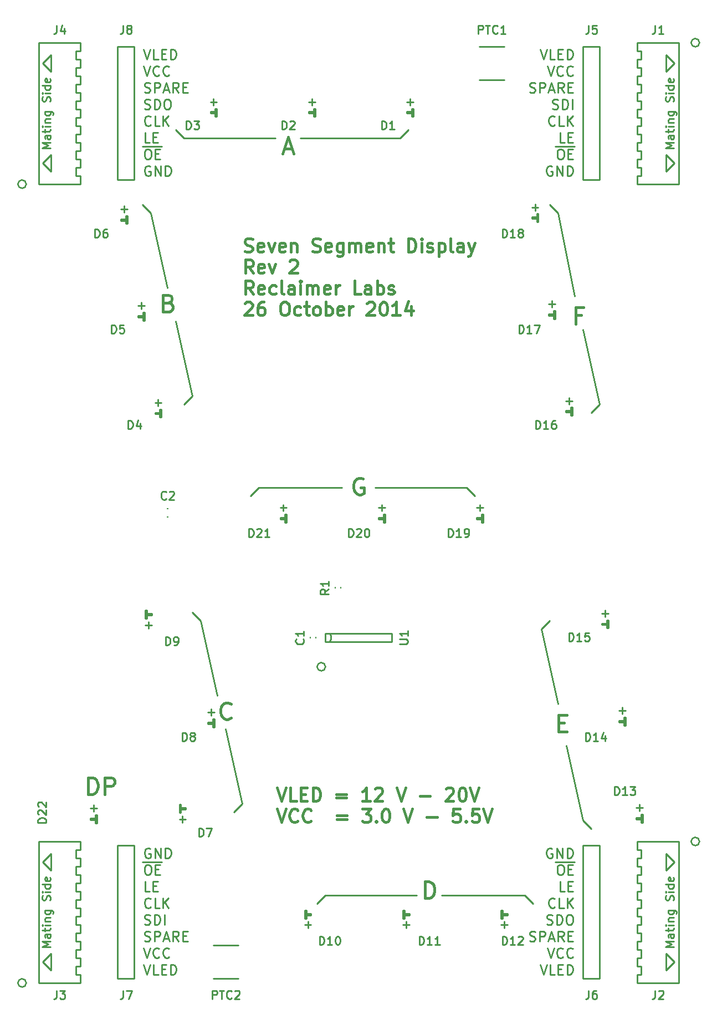
<source format=gto>
G04 (created by PCBNEW (2013-07-07 BZR 4022)-stable) date 10/26/2014 6:34:32 PM*
%MOIN*%
G04 Gerber Fmt 3.4, Leading zero omitted, Abs format*
%FSLAX34Y34*%
G01*
G70*
G90*
G04 APERTURE LIST*
%ADD10C,0.01*%
%ADD11C,0.015*%
%ADD12C,0.005*%
%ADD13R,0.0652X0.073*%
%ADD14R,0.0534X0.0494*%
%ADD15C,0.301402*%
%ADD16R,0.074X0.074*%
%ADD17C,0.074*%
%ADD18R,0.104551X0.234472*%
%ADD19R,0.089X0.054*%
%ADD20R,0.034X0.108*%
%ADD21R,0.0651811X0.0769921*%
%ADD22O,0.0987402X0.13811*%
G04 APERTURE END LIST*
G54D10*
G54D11*
X16076Y13476D02*
X16342Y12676D01*
X16609Y13476D01*
X17257Y12676D02*
X16876Y12676D01*
X16876Y13476D01*
X17523Y13095D02*
X17790Y13095D01*
X17904Y12676D02*
X17523Y12676D01*
X17523Y13476D01*
X17904Y13476D01*
X18247Y12676D02*
X18247Y13476D01*
X18438Y13476D01*
X18552Y13438D01*
X18628Y13361D01*
X18666Y13285D01*
X18704Y13133D01*
X18704Y13019D01*
X18666Y12866D01*
X18628Y12790D01*
X18552Y12714D01*
X18438Y12676D01*
X18247Y12676D01*
X19657Y13095D02*
X20266Y13095D01*
X20266Y12866D02*
X19657Y12866D01*
X21676Y12676D02*
X21219Y12676D01*
X21447Y12676D02*
X21447Y13476D01*
X21371Y13361D01*
X21295Y13285D01*
X21219Y13247D01*
X21980Y13400D02*
X22019Y13438D01*
X22095Y13476D01*
X22285Y13476D01*
X22361Y13438D01*
X22399Y13400D01*
X22438Y13323D01*
X22438Y13247D01*
X22399Y13133D01*
X21942Y12676D01*
X22438Y12676D01*
X23276Y13476D02*
X23542Y12676D01*
X23809Y13476D01*
X24685Y12980D02*
X25295Y12980D01*
X26247Y13400D02*
X26285Y13438D01*
X26361Y13476D01*
X26552Y13476D01*
X26628Y13438D01*
X26666Y13400D01*
X26704Y13323D01*
X26704Y13247D01*
X26666Y13133D01*
X26209Y12676D01*
X26704Y12676D01*
X27199Y13476D02*
X27276Y13476D01*
X27352Y13438D01*
X27390Y13400D01*
X27428Y13323D01*
X27466Y13171D01*
X27466Y12980D01*
X27428Y12828D01*
X27390Y12752D01*
X27352Y12714D01*
X27276Y12676D01*
X27199Y12676D01*
X27123Y12714D01*
X27085Y12752D01*
X27047Y12828D01*
X27009Y12980D01*
X27009Y13171D01*
X27047Y13323D01*
X27085Y13400D01*
X27123Y13438D01*
X27199Y13476D01*
X27695Y13476D02*
X27961Y12676D01*
X28228Y13476D01*
X16076Y12206D02*
X16342Y11406D01*
X16609Y12206D01*
X17333Y11482D02*
X17295Y11444D01*
X17180Y11406D01*
X17104Y11406D01*
X16990Y11444D01*
X16914Y11520D01*
X16876Y11596D01*
X16838Y11749D01*
X16838Y11863D01*
X16876Y12015D01*
X16914Y12091D01*
X16990Y12168D01*
X17104Y12206D01*
X17180Y12206D01*
X17295Y12168D01*
X17333Y12130D01*
X18133Y11482D02*
X18095Y11444D01*
X17980Y11406D01*
X17904Y11406D01*
X17790Y11444D01*
X17714Y11520D01*
X17676Y11596D01*
X17638Y11749D01*
X17638Y11863D01*
X17676Y12015D01*
X17714Y12091D01*
X17790Y12168D01*
X17904Y12206D01*
X17980Y12206D01*
X18095Y12168D01*
X18133Y12130D01*
X19695Y11825D02*
X20304Y11825D01*
X20304Y11596D02*
X19695Y11596D01*
X21219Y12206D02*
X21714Y12206D01*
X21447Y11901D01*
X21561Y11901D01*
X21638Y11863D01*
X21676Y11825D01*
X21714Y11749D01*
X21714Y11558D01*
X21676Y11482D01*
X21638Y11444D01*
X21561Y11406D01*
X21333Y11406D01*
X21257Y11444D01*
X21219Y11482D01*
X22057Y11482D02*
X22095Y11444D01*
X22057Y11406D01*
X22019Y11444D01*
X22057Y11482D01*
X22057Y11406D01*
X22590Y12206D02*
X22666Y12206D01*
X22742Y12168D01*
X22780Y12130D01*
X22819Y12053D01*
X22857Y11901D01*
X22857Y11710D01*
X22819Y11558D01*
X22780Y11482D01*
X22742Y11444D01*
X22666Y11406D01*
X22590Y11406D01*
X22514Y11444D01*
X22476Y11482D01*
X22438Y11558D01*
X22399Y11710D01*
X22399Y11901D01*
X22438Y12053D01*
X22476Y12130D01*
X22514Y12168D01*
X22590Y12206D01*
X23695Y12206D02*
X23961Y11406D01*
X24228Y12206D01*
X25104Y11710D02*
X25714Y11710D01*
X27085Y12206D02*
X26704Y12206D01*
X26666Y11825D01*
X26704Y11863D01*
X26780Y11901D01*
X26971Y11901D01*
X27047Y11863D01*
X27085Y11825D01*
X27123Y11749D01*
X27123Y11558D01*
X27085Y11482D01*
X27047Y11444D01*
X26971Y11406D01*
X26780Y11406D01*
X26704Y11444D01*
X26666Y11482D01*
X27466Y11482D02*
X27504Y11444D01*
X27466Y11406D01*
X27428Y11444D01*
X27466Y11482D01*
X27466Y11406D01*
X28228Y12206D02*
X27847Y12206D01*
X27809Y11825D01*
X27847Y11863D01*
X27923Y11901D01*
X28114Y11901D01*
X28190Y11863D01*
X28228Y11825D01*
X28266Y11749D01*
X28266Y11558D01*
X28228Y11482D01*
X28190Y11444D01*
X28114Y11406D01*
X27923Y11406D01*
X27847Y11444D01*
X27809Y11482D01*
X28495Y12206D02*
X28761Y11406D01*
X29028Y12206D01*
G54D10*
X13000Y17000D02*
X14000Y12500D01*
X11500Y23500D02*
X11000Y24000D01*
X12500Y19000D02*
X11500Y23500D01*
X31000Y7000D02*
X31500Y6500D01*
X26000Y7000D02*
X31000Y7000D01*
X19000Y7000D02*
X24500Y7000D01*
X18500Y6500D02*
X19000Y7000D01*
X31914Y57857D02*
X32114Y57257D01*
X32314Y57857D01*
X32800Y57257D02*
X32514Y57257D01*
X32514Y57857D01*
X33000Y57571D02*
X33200Y57571D01*
X33285Y57257D02*
X33000Y57257D01*
X33000Y57857D01*
X33285Y57857D01*
X33542Y57257D02*
X33542Y57857D01*
X33685Y57857D01*
X33771Y57828D01*
X33828Y57771D01*
X33857Y57714D01*
X33885Y57600D01*
X33885Y57514D01*
X33857Y57400D01*
X33828Y57342D01*
X33771Y57285D01*
X33685Y57257D01*
X33542Y57257D01*
X32342Y56857D02*
X32542Y56257D01*
X32742Y56857D01*
X33285Y56314D02*
X33257Y56285D01*
X33171Y56257D01*
X33114Y56257D01*
X33028Y56285D01*
X32971Y56342D01*
X32942Y56400D01*
X32914Y56514D01*
X32914Y56600D01*
X32942Y56714D01*
X32971Y56771D01*
X33028Y56828D01*
X33114Y56857D01*
X33171Y56857D01*
X33257Y56828D01*
X33285Y56800D01*
X33885Y56314D02*
X33857Y56285D01*
X33771Y56257D01*
X33714Y56257D01*
X33628Y56285D01*
X33571Y56342D01*
X33542Y56400D01*
X33514Y56514D01*
X33514Y56600D01*
X33542Y56714D01*
X33571Y56771D01*
X33628Y56828D01*
X33714Y56857D01*
X33771Y56857D01*
X33857Y56828D01*
X33885Y56800D01*
X31285Y55285D02*
X31371Y55257D01*
X31514Y55257D01*
X31571Y55285D01*
X31599Y55314D01*
X31628Y55371D01*
X31628Y55428D01*
X31599Y55485D01*
X31571Y55514D01*
X31514Y55542D01*
X31399Y55571D01*
X31342Y55600D01*
X31314Y55628D01*
X31285Y55685D01*
X31285Y55742D01*
X31314Y55800D01*
X31342Y55828D01*
X31399Y55857D01*
X31542Y55857D01*
X31628Y55828D01*
X31885Y55257D02*
X31885Y55857D01*
X32114Y55857D01*
X32171Y55828D01*
X32200Y55800D01*
X32228Y55742D01*
X32228Y55657D01*
X32200Y55600D01*
X32171Y55571D01*
X32114Y55542D01*
X31885Y55542D01*
X32457Y55428D02*
X32742Y55428D01*
X32400Y55257D02*
X32600Y55857D01*
X32800Y55257D01*
X33342Y55257D02*
X33142Y55542D01*
X33000Y55257D02*
X33000Y55857D01*
X33228Y55857D01*
X33285Y55828D01*
X33314Y55800D01*
X33342Y55742D01*
X33342Y55657D01*
X33314Y55600D01*
X33285Y55571D01*
X33228Y55542D01*
X33000Y55542D01*
X33600Y55571D02*
X33800Y55571D01*
X33885Y55257D02*
X33600Y55257D01*
X33600Y55857D01*
X33885Y55857D01*
X32657Y54285D02*
X32742Y54257D01*
X32885Y54257D01*
X32942Y54285D01*
X32971Y54314D01*
X33000Y54371D01*
X33000Y54428D01*
X32971Y54485D01*
X32942Y54514D01*
X32885Y54542D01*
X32771Y54571D01*
X32714Y54600D01*
X32685Y54628D01*
X32657Y54685D01*
X32657Y54742D01*
X32685Y54800D01*
X32714Y54828D01*
X32771Y54857D01*
X32914Y54857D01*
X33000Y54828D01*
X33257Y54257D02*
X33257Y54857D01*
X33400Y54857D01*
X33485Y54828D01*
X33542Y54771D01*
X33571Y54714D01*
X33600Y54600D01*
X33600Y54514D01*
X33571Y54400D01*
X33542Y54342D01*
X33485Y54285D01*
X33400Y54257D01*
X33257Y54257D01*
X33857Y54257D02*
X33857Y54857D01*
X32800Y53314D02*
X32771Y53285D01*
X32685Y53257D01*
X32628Y53257D01*
X32542Y53285D01*
X32485Y53342D01*
X32457Y53400D01*
X32428Y53514D01*
X32428Y53600D01*
X32457Y53714D01*
X32485Y53771D01*
X32542Y53828D01*
X32628Y53857D01*
X32685Y53857D01*
X32771Y53828D01*
X32800Y53800D01*
X33342Y53257D02*
X33057Y53257D01*
X33057Y53857D01*
X33542Y53257D02*
X33542Y53857D01*
X33885Y53257D02*
X33628Y53600D01*
X33885Y53857D02*
X33542Y53514D01*
X33400Y52257D02*
X33114Y52257D01*
X33114Y52857D01*
X33600Y52571D02*
X33800Y52571D01*
X33885Y52257D02*
X33600Y52257D01*
X33600Y52857D01*
X33885Y52857D01*
X33085Y51857D02*
X33200Y51857D01*
X33257Y51828D01*
X33314Y51771D01*
X33342Y51657D01*
X33342Y51457D01*
X33314Y51342D01*
X33257Y51285D01*
X33200Y51257D01*
X33085Y51257D01*
X33028Y51285D01*
X32971Y51342D01*
X32942Y51457D01*
X32942Y51657D01*
X32971Y51771D01*
X33028Y51828D01*
X33085Y51857D01*
X33600Y51571D02*
X33800Y51571D01*
X33885Y51257D02*
X33600Y51257D01*
X33600Y51857D01*
X33885Y51857D01*
X32828Y52010D02*
X34000Y52010D01*
X32628Y50828D02*
X32571Y50857D01*
X32485Y50857D01*
X32400Y50828D01*
X32342Y50771D01*
X32314Y50714D01*
X32285Y50600D01*
X32285Y50514D01*
X32314Y50400D01*
X32342Y50342D01*
X32400Y50285D01*
X32485Y50257D01*
X32542Y50257D01*
X32628Y50285D01*
X32657Y50314D01*
X32657Y50514D01*
X32542Y50514D01*
X32914Y50257D02*
X32914Y50857D01*
X33257Y50257D01*
X33257Y50857D01*
X33542Y50257D02*
X33542Y50857D01*
X33685Y50857D01*
X33771Y50828D01*
X33828Y50771D01*
X33857Y50714D01*
X33885Y50600D01*
X33885Y50514D01*
X33857Y50400D01*
X33828Y50342D01*
X33771Y50285D01*
X33685Y50257D01*
X33542Y50257D01*
X32628Y9828D02*
X32571Y9857D01*
X32485Y9857D01*
X32400Y9828D01*
X32342Y9771D01*
X32314Y9714D01*
X32285Y9600D01*
X32285Y9514D01*
X32314Y9400D01*
X32342Y9342D01*
X32400Y9285D01*
X32485Y9257D01*
X32542Y9257D01*
X32628Y9285D01*
X32657Y9314D01*
X32657Y9514D01*
X32542Y9514D01*
X32914Y9257D02*
X32914Y9857D01*
X33257Y9257D01*
X33257Y9857D01*
X33542Y9257D02*
X33542Y9857D01*
X33685Y9857D01*
X33771Y9828D01*
X33828Y9771D01*
X33857Y9714D01*
X33885Y9600D01*
X33885Y9514D01*
X33857Y9400D01*
X33828Y9342D01*
X33771Y9285D01*
X33685Y9257D01*
X33542Y9257D01*
X33085Y8857D02*
X33200Y8857D01*
X33257Y8828D01*
X33314Y8771D01*
X33342Y8657D01*
X33342Y8457D01*
X33314Y8342D01*
X33257Y8285D01*
X33200Y8257D01*
X33085Y8257D01*
X33028Y8285D01*
X32971Y8342D01*
X32942Y8457D01*
X32942Y8657D01*
X32971Y8771D01*
X33028Y8828D01*
X33085Y8857D01*
X33600Y8571D02*
X33800Y8571D01*
X33885Y8257D02*
X33600Y8257D01*
X33600Y8857D01*
X33885Y8857D01*
X32828Y9010D02*
X34000Y9010D01*
X33400Y7257D02*
X33114Y7257D01*
X33114Y7857D01*
X33600Y7571D02*
X33800Y7571D01*
X33885Y7257D02*
X33600Y7257D01*
X33600Y7857D01*
X33885Y7857D01*
X32800Y6314D02*
X32771Y6285D01*
X32685Y6257D01*
X32628Y6257D01*
X32542Y6285D01*
X32485Y6342D01*
X32457Y6400D01*
X32428Y6514D01*
X32428Y6600D01*
X32457Y6714D01*
X32485Y6771D01*
X32542Y6828D01*
X32628Y6857D01*
X32685Y6857D01*
X32771Y6828D01*
X32800Y6800D01*
X33342Y6257D02*
X33057Y6257D01*
X33057Y6857D01*
X33542Y6257D02*
X33542Y6857D01*
X33885Y6257D02*
X33628Y6600D01*
X33885Y6857D02*
X33542Y6514D01*
X32314Y5285D02*
X32400Y5257D01*
X32542Y5257D01*
X32600Y5285D01*
X32628Y5314D01*
X32657Y5371D01*
X32657Y5428D01*
X32628Y5485D01*
X32600Y5514D01*
X32542Y5542D01*
X32428Y5571D01*
X32371Y5600D01*
X32342Y5628D01*
X32314Y5685D01*
X32314Y5742D01*
X32342Y5800D01*
X32371Y5828D01*
X32428Y5857D01*
X32571Y5857D01*
X32657Y5828D01*
X32914Y5257D02*
X32914Y5857D01*
X33057Y5857D01*
X33142Y5828D01*
X33200Y5771D01*
X33228Y5714D01*
X33257Y5600D01*
X33257Y5514D01*
X33228Y5400D01*
X33200Y5342D01*
X33142Y5285D01*
X33057Y5257D01*
X32914Y5257D01*
X33628Y5857D02*
X33742Y5857D01*
X33800Y5828D01*
X33857Y5771D01*
X33885Y5657D01*
X33885Y5457D01*
X33857Y5342D01*
X33800Y5285D01*
X33742Y5257D01*
X33628Y5257D01*
X33571Y5285D01*
X33514Y5342D01*
X33485Y5457D01*
X33485Y5657D01*
X33514Y5771D01*
X33571Y5828D01*
X33628Y5857D01*
X31285Y4285D02*
X31371Y4257D01*
X31514Y4257D01*
X31571Y4285D01*
X31599Y4314D01*
X31628Y4371D01*
X31628Y4428D01*
X31599Y4485D01*
X31571Y4514D01*
X31514Y4542D01*
X31399Y4571D01*
X31342Y4600D01*
X31314Y4628D01*
X31285Y4685D01*
X31285Y4742D01*
X31314Y4800D01*
X31342Y4828D01*
X31399Y4857D01*
X31542Y4857D01*
X31628Y4828D01*
X31885Y4257D02*
X31885Y4857D01*
X32114Y4857D01*
X32171Y4828D01*
X32200Y4800D01*
X32228Y4742D01*
X32228Y4657D01*
X32200Y4600D01*
X32171Y4571D01*
X32114Y4542D01*
X31885Y4542D01*
X32457Y4428D02*
X32742Y4428D01*
X32400Y4257D02*
X32600Y4857D01*
X32800Y4257D01*
X33342Y4257D02*
X33142Y4542D01*
X33000Y4257D02*
X33000Y4857D01*
X33228Y4857D01*
X33285Y4828D01*
X33314Y4800D01*
X33342Y4742D01*
X33342Y4657D01*
X33314Y4600D01*
X33285Y4571D01*
X33228Y4542D01*
X33000Y4542D01*
X33600Y4571D02*
X33800Y4571D01*
X33885Y4257D02*
X33600Y4257D01*
X33600Y4857D01*
X33885Y4857D01*
X32342Y3857D02*
X32542Y3257D01*
X32742Y3857D01*
X33285Y3314D02*
X33257Y3285D01*
X33171Y3257D01*
X33114Y3257D01*
X33028Y3285D01*
X32971Y3342D01*
X32942Y3400D01*
X32914Y3514D01*
X32914Y3600D01*
X32942Y3714D01*
X32971Y3771D01*
X33028Y3828D01*
X33114Y3857D01*
X33171Y3857D01*
X33257Y3828D01*
X33285Y3800D01*
X33885Y3314D02*
X33857Y3285D01*
X33771Y3257D01*
X33714Y3257D01*
X33628Y3285D01*
X33571Y3342D01*
X33542Y3400D01*
X33514Y3514D01*
X33514Y3600D01*
X33542Y3714D01*
X33571Y3771D01*
X33628Y3828D01*
X33714Y3857D01*
X33771Y3857D01*
X33857Y3828D01*
X33885Y3800D01*
X31914Y2857D02*
X32114Y2257D01*
X32314Y2857D01*
X32800Y2257D02*
X32514Y2257D01*
X32514Y2857D01*
X33000Y2571D02*
X33200Y2571D01*
X33285Y2257D02*
X33000Y2257D01*
X33000Y2857D01*
X33285Y2857D01*
X33542Y2257D02*
X33542Y2857D01*
X33685Y2857D01*
X33771Y2828D01*
X33828Y2771D01*
X33857Y2714D01*
X33885Y2600D01*
X33885Y2514D01*
X33857Y2400D01*
X33828Y2342D01*
X33771Y2285D01*
X33685Y2257D01*
X33542Y2257D01*
X10500Y52500D02*
X10000Y53000D01*
X23500Y52500D02*
X24000Y53000D01*
X8457Y50828D02*
X8400Y50857D01*
X8314Y50857D01*
X8228Y50828D01*
X8171Y50771D01*
X8142Y50714D01*
X8114Y50600D01*
X8114Y50514D01*
X8142Y50400D01*
X8171Y50342D01*
X8228Y50285D01*
X8314Y50257D01*
X8371Y50257D01*
X8457Y50285D01*
X8485Y50314D01*
X8485Y50514D01*
X8371Y50514D01*
X8742Y50257D02*
X8742Y50857D01*
X9085Y50257D01*
X9085Y50857D01*
X9371Y50257D02*
X9371Y50857D01*
X9514Y50857D01*
X9600Y50828D01*
X9657Y50771D01*
X9685Y50714D01*
X9714Y50600D01*
X9714Y50514D01*
X9685Y50400D01*
X9657Y50342D01*
X9600Y50285D01*
X9514Y50257D01*
X9371Y50257D01*
X8257Y51857D02*
X8371Y51857D01*
X8428Y51828D01*
X8485Y51771D01*
X8514Y51657D01*
X8514Y51457D01*
X8485Y51342D01*
X8428Y51285D01*
X8371Y51257D01*
X8257Y51257D01*
X8200Y51285D01*
X8142Y51342D01*
X8114Y51457D01*
X8114Y51657D01*
X8142Y51771D01*
X8200Y51828D01*
X8257Y51857D01*
X8771Y51571D02*
X8971Y51571D01*
X9057Y51257D02*
X8771Y51257D01*
X8771Y51857D01*
X9057Y51857D01*
X8000Y52010D02*
X9171Y52010D01*
X8428Y52257D02*
X8142Y52257D01*
X8142Y52857D01*
X8628Y52571D02*
X8828Y52571D01*
X8914Y52257D02*
X8628Y52257D01*
X8628Y52857D01*
X8914Y52857D01*
X8485Y53314D02*
X8457Y53285D01*
X8371Y53257D01*
X8314Y53257D01*
X8228Y53285D01*
X8171Y53342D01*
X8142Y53400D01*
X8114Y53514D01*
X8114Y53600D01*
X8142Y53714D01*
X8171Y53771D01*
X8228Y53828D01*
X8314Y53857D01*
X8371Y53857D01*
X8457Y53828D01*
X8485Y53800D01*
X9028Y53257D02*
X8742Y53257D01*
X8742Y53857D01*
X9228Y53257D02*
X9228Y53857D01*
X9571Y53257D02*
X9314Y53600D01*
X9571Y53857D02*
X9228Y53514D01*
X8114Y54285D02*
X8200Y54257D01*
X8342Y54257D01*
X8400Y54285D01*
X8428Y54314D01*
X8457Y54371D01*
X8457Y54428D01*
X8428Y54485D01*
X8400Y54514D01*
X8342Y54542D01*
X8228Y54571D01*
X8171Y54600D01*
X8142Y54628D01*
X8114Y54685D01*
X8114Y54742D01*
X8142Y54800D01*
X8171Y54828D01*
X8228Y54857D01*
X8371Y54857D01*
X8457Y54828D01*
X8714Y54257D02*
X8714Y54857D01*
X8857Y54857D01*
X8942Y54828D01*
X9000Y54771D01*
X9028Y54714D01*
X9057Y54600D01*
X9057Y54514D01*
X9028Y54400D01*
X9000Y54342D01*
X8942Y54285D01*
X8857Y54257D01*
X8714Y54257D01*
X9428Y54857D02*
X9542Y54857D01*
X9600Y54828D01*
X9657Y54771D01*
X9685Y54657D01*
X9685Y54457D01*
X9657Y54342D01*
X9600Y54285D01*
X9542Y54257D01*
X9428Y54257D01*
X9371Y54285D01*
X9314Y54342D01*
X9285Y54457D01*
X9285Y54657D01*
X9314Y54771D01*
X9371Y54828D01*
X9428Y54857D01*
X8114Y55285D02*
X8200Y55257D01*
X8342Y55257D01*
X8400Y55285D01*
X8428Y55314D01*
X8457Y55371D01*
X8457Y55428D01*
X8428Y55485D01*
X8400Y55514D01*
X8342Y55542D01*
X8228Y55571D01*
X8171Y55600D01*
X8142Y55628D01*
X8114Y55685D01*
X8114Y55742D01*
X8142Y55800D01*
X8171Y55828D01*
X8228Y55857D01*
X8371Y55857D01*
X8457Y55828D01*
X8714Y55257D02*
X8714Y55857D01*
X8942Y55857D01*
X9000Y55828D01*
X9028Y55800D01*
X9057Y55742D01*
X9057Y55657D01*
X9028Y55600D01*
X9000Y55571D01*
X8942Y55542D01*
X8714Y55542D01*
X9285Y55428D02*
X9571Y55428D01*
X9228Y55257D02*
X9428Y55857D01*
X9628Y55257D01*
X10171Y55257D02*
X9971Y55542D01*
X9828Y55257D02*
X9828Y55857D01*
X10057Y55857D01*
X10114Y55828D01*
X10142Y55800D01*
X10171Y55742D01*
X10171Y55657D01*
X10142Y55600D01*
X10114Y55571D01*
X10057Y55542D01*
X9828Y55542D01*
X10428Y55571D02*
X10628Y55571D01*
X10714Y55257D02*
X10428Y55257D01*
X10428Y55857D01*
X10714Y55857D01*
X8057Y56857D02*
X8257Y56257D01*
X8457Y56857D01*
X9000Y56314D02*
X8971Y56285D01*
X8885Y56257D01*
X8828Y56257D01*
X8742Y56285D01*
X8685Y56342D01*
X8657Y56400D01*
X8628Y56514D01*
X8628Y56600D01*
X8657Y56714D01*
X8685Y56771D01*
X8742Y56828D01*
X8828Y56857D01*
X8885Y56857D01*
X8971Y56828D01*
X9000Y56800D01*
X9600Y56314D02*
X9571Y56285D01*
X9485Y56257D01*
X9428Y56257D01*
X9342Y56285D01*
X9285Y56342D01*
X9257Y56400D01*
X9228Y56514D01*
X9228Y56600D01*
X9257Y56714D01*
X9285Y56771D01*
X9342Y56828D01*
X9428Y56857D01*
X9485Y56857D01*
X9571Y56828D01*
X9600Y56800D01*
X8057Y57857D02*
X8257Y57257D01*
X8457Y57857D01*
X8942Y57257D02*
X8657Y57257D01*
X8657Y57857D01*
X9142Y57571D02*
X9342Y57571D01*
X9428Y57257D02*
X9142Y57257D01*
X9142Y57857D01*
X9428Y57857D01*
X9685Y57257D02*
X9685Y57857D01*
X9828Y57857D01*
X9914Y57828D01*
X9971Y57771D01*
X10000Y57714D01*
X10028Y57600D01*
X10028Y57514D01*
X10000Y57400D01*
X9971Y57342D01*
X9914Y57285D01*
X9828Y57257D01*
X9685Y57257D01*
X8057Y2857D02*
X8257Y2257D01*
X8457Y2857D01*
X8942Y2257D02*
X8657Y2257D01*
X8657Y2857D01*
X9142Y2571D02*
X9342Y2571D01*
X9428Y2257D02*
X9142Y2257D01*
X9142Y2857D01*
X9428Y2857D01*
X9685Y2257D02*
X9685Y2857D01*
X9828Y2857D01*
X9914Y2828D01*
X9971Y2771D01*
X10000Y2714D01*
X10028Y2600D01*
X10028Y2514D01*
X10000Y2400D01*
X9971Y2342D01*
X9914Y2285D01*
X9828Y2257D01*
X9685Y2257D01*
X8057Y3857D02*
X8257Y3257D01*
X8457Y3857D01*
X9000Y3314D02*
X8971Y3285D01*
X8885Y3257D01*
X8828Y3257D01*
X8742Y3285D01*
X8685Y3342D01*
X8657Y3400D01*
X8628Y3514D01*
X8628Y3600D01*
X8657Y3714D01*
X8685Y3771D01*
X8742Y3828D01*
X8828Y3857D01*
X8885Y3857D01*
X8971Y3828D01*
X9000Y3800D01*
X9600Y3314D02*
X9571Y3285D01*
X9485Y3257D01*
X9428Y3257D01*
X9342Y3285D01*
X9285Y3342D01*
X9257Y3400D01*
X9228Y3514D01*
X9228Y3600D01*
X9257Y3714D01*
X9285Y3771D01*
X9342Y3828D01*
X9428Y3857D01*
X9485Y3857D01*
X9571Y3828D01*
X9600Y3800D01*
X8114Y4285D02*
X8200Y4257D01*
X8342Y4257D01*
X8400Y4285D01*
X8428Y4314D01*
X8457Y4371D01*
X8457Y4428D01*
X8428Y4485D01*
X8400Y4514D01*
X8342Y4542D01*
X8228Y4571D01*
X8171Y4600D01*
X8142Y4628D01*
X8114Y4685D01*
X8114Y4742D01*
X8142Y4800D01*
X8171Y4828D01*
X8228Y4857D01*
X8371Y4857D01*
X8457Y4828D01*
X8714Y4257D02*
X8714Y4857D01*
X8942Y4857D01*
X9000Y4828D01*
X9028Y4800D01*
X9057Y4742D01*
X9057Y4657D01*
X9028Y4600D01*
X9000Y4571D01*
X8942Y4542D01*
X8714Y4542D01*
X9285Y4428D02*
X9571Y4428D01*
X9228Y4257D02*
X9428Y4857D01*
X9628Y4257D01*
X10171Y4257D02*
X9971Y4542D01*
X9828Y4257D02*
X9828Y4857D01*
X10057Y4857D01*
X10114Y4828D01*
X10142Y4800D01*
X10171Y4742D01*
X10171Y4657D01*
X10142Y4600D01*
X10114Y4571D01*
X10057Y4542D01*
X9828Y4542D01*
X10428Y4571D02*
X10628Y4571D01*
X10714Y4257D02*
X10428Y4257D01*
X10428Y4857D01*
X10714Y4857D01*
X8114Y5285D02*
X8200Y5257D01*
X8342Y5257D01*
X8400Y5285D01*
X8428Y5314D01*
X8457Y5371D01*
X8457Y5428D01*
X8428Y5485D01*
X8400Y5514D01*
X8342Y5542D01*
X8228Y5571D01*
X8171Y5600D01*
X8142Y5628D01*
X8114Y5685D01*
X8114Y5742D01*
X8142Y5800D01*
X8171Y5828D01*
X8228Y5857D01*
X8371Y5857D01*
X8457Y5828D01*
X8714Y5257D02*
X8714Y5857D01*
X8857Y5857D01*
X8942Y5828D01*
X9000Y5771D01*
X9028Y5714D01*
X9057Y5600D01*
X9057Y5514D01*
X9028Y5400D01*
X9000Y5342D01*
X8942Y5285D01*
X8857Y5257D01*
X8714Y5257D01*
X9314Y5257D02*
X9314Y5857D01*
X8485Y6314D02*
X8457Y6285D01*
X8371Y6257D01*
X8314Y6257D01*
X8228Y6285D01*
X8171Y6342D01*
X8142Y6400D01*
X8114Y6514D01*
X8114Y6600D01*
X8142Y6714D01*
X8171Y6771D01*
X8228Y6828D01*
X8314Y6857D01*
X8371Y6857D01*
X8457Y6828D01*
X8485Y6800D01*
X9028Y6257D02*
X8742Y6257D01*
X8742Y6857D01*
X9228Y6257D02*
X9228Y6857D01*
X9571Y6257D02*
X9314Y6600D01*
X9571Y6857D02*
X9228Y6514D01*
X8428Y7257D02*
X8142Y7257D01*
X8142Y7857D01*
X8628Y7571D02*
X8828Y7571D01*
X8914Y7257D02*
X8628Y7257D01*
X8628Y7857D01*
X8914Y7857D01*
X8257Y8857D02*
X8371Y8857D01*
X8428Y8828D01*
X8485Y8771D01*
X8514Y8657D01*
X8514Y8457D01*
X8485Y8342D01*
X8428Y8285D01*
X8371Y8257D01*
X8257Y8257D01*
X8200Y8285D01*
X8142Y8342D01*
X8114Y8457D01*
X8114Y8657D01*
X8142Y8771D01*
X8200Y8828D01*
X8257Y8857D01*
X8771Y8571D02*
X8971Y8571D01*
X9057Y8257D02*
X8771Y8257D01*
X8771Y8857D01*
X9057Y8857D01*
X8000Y9010D02*
X9171Y9010D01*
X8457Y9828D02*
X8400Y9857D01*
X8314Y9857D01*
X8228Y9828D01*
X8171Y9771D01*
X8142Y9714D01*
X8114Y9600D01*
X8114Y9514D01*
X8142Y9400D01*
X8171Y9342D01*
X8228Y9285D01*
X8314Y9257D01*
X8371Y9257D01*
X8457Y9285D01*
X8485Y9314D01*
X8485Y9514D01*
X8371Y9514D01*
X8742Y9257D02*
X8742Y9857D01*
X9085Y9257D01*
X9085Y9857D01*
X9371Y9257D02*
X9371Y9857D01*
X9514Y9857D01*
X9600Y9828D01*
X9657Y9771D01*
X9685Y9714D01*
X9714Y9600D01*
X9714Y9514D01*
X9685Y9400D01*
X9657Y9342D01*
X9600Y9285D01*
X9514Y9257D01*
X9371Y9257D01*
X11000Y37000D02*
X10000Y41500D01*
X8500Y48000D02*
X9500Y43500D01*
X11000Y37000D02*
X10500Y36500D01*
X8000Y48500D02*
X8500Y48000D01*
X14000Y12500D02*
X13500Y12000D01*
X33500Y16000D02*
X34500Y11500D01*
X33000Y18500D02*
X32000Y23000D01*
X34500Y11500D02*
X35000Y11000D01*
X27500Y31500D02*
X28000Y31000D01*
X22000Y31500D02*
X27500Y31500D01*
X15000Y31500D02*
X20000Y31500D01*
X14500Y31000D02*
X15000Y31500D01*
X32000Y23000D02*
X32500Y23500D01*
X34500Y41000D02*
X35500Y36500D01*
X35500Y36500D02*
X35000Y36000D01*
X33000Y48000D02*
X34000Y43000D01*
X32500Y48500D02*
X33000Y48000D01*
X17500Y52500D02*
X23500Y52500D01*
X10500Y52500D02*
X16000Y52500D01*
G54D11*
X4738Y13095D02*
X4738Y14095D01*
X4976Y14095D01*
X5119Y14047D01*
X5214Y13952D01*
X5261Y13857D01*
X5309Y13666D01*
X5309Y13523D01*
X5261Y13333D01*
X5214Y13238D01*
X5119Y13142D01*
X4976Y13095D01*
X4738Y13095D01*
X5738Y13095D02*
X5738Y14095D01*
X6119Y14095D01*
X6214Y14047D01*
X6261Y14000D01*
X6309Y13904D01*
X6309Y13761D01*
X6261Y13666D01*
X6214Y13619D01*
X6119Y13571D01*
X5738Y13571D01*
X21261Y32047D02*
X21166Y32095D01*
X21023Y32095D01*
X20880Y32047D01*
X20785Y31952D01*
X20738Y31857D01*
X20690Y31666D01*
X20690Y31523D01*
X20738Y31333D01*
X20785Y31238D01*
X20880Y31142D01*
X21023Y31095D01*
X21119Y31095D01*
X21261Y31142D01*
X21309Y31190D01*
X21309Y31523D01*
X21119Y31523D01*
X34392Y41869D02*
X34059Y41869D01*
X34059Y41345D02*
X34059Y42345D01*
X34535Y42345D01*
X33035Y17369D02*
X33369Y17369D01*
X33511Y16845D02*
X33035Y16845D01*
X33035Y17845D01*
X33511Y17845D01*
X24988Y6845D02*
X24988Y7845D01*
X25226Y7845D01*
X25369Y7797D01*
X25464Y7702D01*
X25511Y7607D01*
X25559Y7416D01*
X25559Y7273D01*
X25511Y7083D01*
X25464Y6988D01*
X25369Y6892D01*
X25226Y6845D01*
X24988Y6845D01*
X13309Y17690D02*
X13261Y17642D01*
X13119Y17595D01*
X13023Y17595D01*
X12880Y17642D01*
X12785Y17738D01*
X12738Y17833D01*
X12690Y18023D01*
X12690Y18166D01*
X12738Y18357D01*
X12785Y18452D01*
X12880Y18547D01*
X13023Y18595D01*
X13119Y18595D01*
X13261Y18547D01*
X13309Y18500D01*
X9571Y42619D02*
X9714Y42571D01*
X9761Y42523D01*
X9809Y42428D01*
X9809Y42285D01*
X9761Y42190D01*
X9714Y42142D01*
X9619Y42095D01*
X9238Y42095D01*
X9238Y43095D01*
X9571Y43095D01*
X9666Y43047D01*
X9714Y43000D01*
X9761Y42904D01*
X9761Y42809D01*
X9714Y42714D01*
X9666Y42666D01*
X9571Y42619D01*
X9238Y42619D01*
X16511Y51880D02*
X16988Y51880D01*
X16416Y51595D02*
X16750Y52595D01*
X17083Y51595D01*
X14152Y45714D02*
X14266Y45676D01*
X14457Y45676D01*
X14533Y45714D01*
X14571Y45752D01*
X14609Y45828D01*
X14609Y45904D01*
X14571Y45980D01*
X14533Y46019D01*
X14457Y46057D01*
X14304Y46095D01*
X14228Y46133D01*
X14190Y46171D01*
X14152Y46247D01*
X14152Y46323D01*
X14190Y46400D01*
X14228Y46438D01*
X14304Y46476D01*
X14495Y46476D01*
X14609Y46438D01*
X15257Y45714D02*
X15180Y45676D01*
X15028Y45676D01*
X14952Y45714D01*
X14914Y45790D01*
X14914Y46095D01*
X14952Y46171D01*
X15028Y46209D01*
X15180Y46209D01*
X15257Y46171D01*
X15295Y46095D01*
X15295Y46019D01*
X14914Y45942D01*
X15561Y46209D02*
X15752Y45676D01*
X15942Y46209D01*
X16552Y45714D02*
X16476Y45676D01*
X16323Y45676D01*
X16247Y45714D01*
X16209Y45790D01*
X16209Y46095D01*
X16247Y46171D01*
X16323Y46209D01*
X16476Y46209D01*
X16552Y46171D01*
X16590Y46095D01*
X16590Y46019D01*
X16209Y45942D01*
X16933Y46209D02*
X16933Y45676D01*
X16933Y46133D02*
X16971Y46171D01*
X17047Y46209D01*
X17161Y46209D01*
X17238Y46171D01*
X17276Y46095D01*
X17276Y45676D01*
X18228Y45714D02*
X18342Y45676D01*
X18533Y45676D01*
X18609Y45714D01*
X18647Y45752D01*
X18685Y45828D01*
X18685Y45904D01*
X18647Y45980D01*
X18609Y46019D01*
X18533Y46057D01*
X18380Y46095D01*
X18304Y46133D01*
X18266Y46171D01*
X18228Y46247D01*
X18228Y46323D01*
X18266Y46400D01*
X18304Y46438D01*
X18380Y46476D01*
X18571Y46476D01*
X18685Y46438D01*
X19333Y45714D02*
X19257Y45676D01*
X19104Y45676D01*
X19028Y45714D01*
X18990Y45790D01*
X18990Y46095D01*
X19028Y46171D01*
X19104Y46209D01*
X19257Y46209D01*
X19333Y46171D01*
X19371Y46095D01*
X19371Y46019D01*
X18990Y45942D01*
X20057Y46209D02*
X20057Y45561D01*
X20019Y45485D01*
X19980Y45447D01*
X19904Y45409D01*
X19790Y45409D01*
X19714Y45447D01*
X20057Y45714D02*
X19980Y45676D01*
X19828Y45676D01*
X19752Y45714D01*
X19714Y45752D01*
X19676Y45828D01*
X19676Y46057D01*
X19714Y46133D01*
X19752Y46171D01*
X19828Y46209D01*
X19980Y46209D01*
X20057Y46171D01*
X20438Y45676D02*
X20438Y46209D01*
X20438Y46133D02*
X20476Y46171D01*
X20552Y46209D01*
X20666Y46209D01*
X20742Y46171D01*
X20780Y46095D01*
X20780Y45676D01*
X20780Y46095D02*
X20819Y46171D01*
X20895Y46209D01*
X21009Y46209D01*
X21085Y46171D01*
X21123Y46095D01*
X21123Y45676D01*
X21809Y45714D02*
X21733Y45676D01*
X21580Y45676D01*
X21504Y45714D01*
X21466Y45790D01*
X21466Y46095D01*
X21504Y46171D01*
X21580Y46209D01*
X21733Y46209D01*
X21809Y46171D01*
X21847Y46095D01*
X21847Y46019D01*
X21466Y45942D01*
X22190Y46209D02*
X22190Y45676D01*
X22190Y46133D02*
X22228Y46171D01*
X22304Y46209D01*
X22419Y46209D01*
X22495Y46171D01*
X22533Y46095D01*
X22533Y45676D01*
X22799Y46209D02*
X23104Y46209D01*
X22914Y46476D02*
X22914Y45790D01*
X22952Y45714D01*
X23028Y45676D01*
X23104Y45676D01*
X23980Y45676D02*
X23980Y46476D01*
X24171Y46476D01*
X24285Y46438D01*
X24361Y46361D01*
X24399Y46285D01*
X24438Y46133D01*
X24438Y46019D01*
X24399Y45866D01*
X24361Y45790D01*
X24285Y45714D01*
X24171Y45676D01*
X23980Y45676D01*
X24780Y45676D02*
X24780Y46209D01*
X24780Y46476D02*
X24742Y46438D01*
X24780Y46400D01*
X24819Y46438D01*
X24780Y46476D01*
X24780Y46400D01*
X25123Y45714D02*
X25199Y45676D01*
X25352Y45676D01*
X25428Y45714D01*
X25466Y45790D01*
X25466Y45828D01*
X25428Y45904D01*
X25352Y45942D01*
X25238Y45942D01*
X25161Y45980D01*
X25123Y46057D01*
X25123Y46095D01*
X25161Y46171D01*
X25238Y46209D01*
X25352Y46209D01*
X25428Y46171D01*
X25809Y46209D02*
X25809Y45409D01*
X25809Y46171D02*
X25885Y46209D01*
X26038Y46209D01*
X26114Y46171D01*
X26152Y46133D01*
X26190Y46057D01*
X26190Y45828D01*
X26152Y45752D01*
X26114Y45714D01*
X26038Y45676D01*
X25885Y45676D01*
X25809Y45714D01*
X26647Y45676D02*
X26571Y45714D01*
X26533Y45790D01*
X26533Y46476D01*
X27295Y45676D02*
X27295Y46095D01*
X27257Y46171D01*
X27180Y46209D01*
X27028Y46209D01*
X26952Y46171D01*
X27295Y45714D02*
X27219Y45676D01*
X27028Y45676D01*
X26952Y45714D01*
X26914Y45790D01*
X26914Y45866D01*
X26952Y45942D01*
X27028Y45980D01*
X27219Y45980D01*
X27295Y46019D01*
X27599Y46209D02*
X27790Y45676D01*
X27980Y46209D02*
X27790Y45676D01*
X27714Y45485D01*
X27676Y45447D01*
X27599Y45409D01*
X14647Y44406D02*
X14380Y44787D01*
X14190Y44406D02*
X14190Y45206D01*
X14495Y45206D01*
X14571Y45168D01*
X14609Y45130D01*
X14647Y45053D01*
X14647Y44939D01*
X14609Y44863D01*
X14571Y44825D01*
X14495Y44787D01*
X14190Y44787D01*
X15295Y44444D02*
X15219Y44406D01*
X15066Y44406D01*
X14990Y44444D01*
X14952Y44520D01*
X14952Y44825D01*
X14990Y44901D01*
X15066Y44939D01*
X15219Y44939D01*
X15295Y44901D01*
X15333Y44825D01*
X15333Y44749D01*
X14952Y44672D01*
X15600Y44939D02*
X15790Y44406D01*
X15980Y44939D01*
X16857Y45130D02*
X16895Y45168D01*
X16971Y45206D01*
X17161Y45206D01*
X17238Y45168D01*
X17276Y45130D01*
X17314Y45053D01*
X17314Y44977D01*
X17276Y44863D01*
X16819Y44406D01*
X17314Y44406D01*
X14647Y43136D02*
X14380Y43517D01*
X14190Y43136D02*
X14190Y43936D01*
X14495Y43936D01*
X14571Y43898D01*
X14609Y43860D01*
X14647Y43783D01*
X14647Y43669D01*
X14609Y43593D01*
X14571Y43555D01*
X14495Y43517D01*
X14190Y43517D01*
X15295Y43174D02*
X15219Y43136D01*
X15066Y43136D01*
X14990Y43174D01*
X14952Y43250D01*
X14952Y43555D01*
X14990Y43631D01*
X15066Y43669D01*
X15219Y43669D01*
X15295Y43631D01*
X15333Y43555D01*
X15333Y43479D01*
X14952Y43402D01*
X16019Y43174D02*
X15942Y43136D01*
X15790Y43136D01*
X15714Y43174D01*
X15676Y43212D01*
X15638Y43288D01*
X15638Y43517D01*
X15676Y43593D01*
X15714Y43631D01*
X15790Y43669D01*
X15942Y43669D01*
X16019Y43631D01*
X16476Y43136D02*
X16399Y43174D01*
X16361Y43250D01*
X16361Y43936D01*
X17123Y43136D02*
X17123Y43555D01*
X17085Y43631D01*
X17009Y43669D01*
X16857Y43669D01*
X16780Y43631D01*
X17123Y43174D02*
X17047Y43136D01*
X16857Y43136D01*
X16780Y43174D01*
X16742Y43250D01*
X16742Y43326D01*
X16780Y43402D01*
X16857Y43440D01*
X17047Y43440D01*
X17123Y43479D01*
X17504Y43136D02*
X17504Y43669D01*
X17504Y43936D02*
X17466Y43898D01*
X17504Y43860D01*
X17542Y43898D01*
X17504Y43936D01*
X17504Y43860D01*
X17885Y43136D02*
X17885Y43669D01*
X17885Y43593D02*
X17923Y43631D01*
X17999Y43669D01*
X18114Y43669D01*
X18190Y43631D01*
X18228Y43555D01*
X18228Y43136D01*
X18228Y43555D02*
X18266Y43631D01*
X18342Y43669D01*
X18457Y43669D01*
X18533Y43631D01*
X18571Y43555D01*
X18571Y43136D01*
X19257Y43174D02*
X19180Y43136D01*
X19028Y43136D01*
X18952Y43174D01*
X18914Y43250D01*
X18914Y43555D01*
X18952Y43631D01*
X19028Y43669D01*
X19180Y43669D01*
X19257Y43631D01*
X19295Y43555D01*
X19295Y43479D01*
X18914Y43402D01*
X19638Y43136D02*
X19638Y43669D01*
X19638Y43517D02*
X19676Y43593D01*
X19714Y43631D01*
X19790Y43669D01*
X19866Y43669D01*
X21123Y43136D02*
X20742Y43136D01*
X20742Y43936D01*
X21733Y43136D02*
X21733Y43555D01*
X21695Y43631D01*
X21619Y43669D01*
X21466Y43669D01*
X21390Y43631D01*
X21733Y43174D02*
X21657Y43136D01*
X21466Y43136D01*
X21390Y43174D01*
X21352Y43250D01*
X21352Y43326D01*
X21390Y43402D01*
X21466Y43440D01*
X21657Y43440D01*
X21733Y43479D01*
X22114Y43136D02*
X22114Y43936D01*
X22114Y43631D02*
X22190Y43669D01*
X22342Y43669D01*
X22419Y43631D01*
X22457Y43593D01*
X22495Y43517D01*
X22495Y43288D01*
X22457Y43212D01*
X22419Y43174D01*
X22342Y43136D01*
X22190Y43136D01*
X22114Y43174D01*
X22799Y43174D02*
X22876Y43136D01*
X23028Y43136D01*
X23104Y43174D01*
X23142Y43250D01*
X23142Y43288D01*
X23104Y43364D01*
X23028Y43402D01*
X22914Y43402D01*
X22838Y43440D01*
X22799Y43517D01*
X22799Y43555D01*
X22838Y43631D01*
X22914Y43669D01*
X23028Y43669D01*
X23104Y43631D01*
X14152Y42590D02*
X14190Y42628D01*
X14266Y42666D01*
X14457Y42666D01*
X14533Y42628D01*
X14571Y42590D01*
X14609Y42513D01*
X14609Y42437D01*
X14571Y42323D01*
X14114Y41866D01*
X14609Y41866D01*
X15295Y42666D02*
X15142Y42666D01*
X15066Y42628D01*
X15028Y42590D01*
X14952Y42475D01*
X14914Y42323D01*
X14914Y42018D01*
X14952Y41942D01*
X14990Y41904D01*
X15066Y41866D01*
X15219Y41866D01*
X15295Y41904D01*
X15333Y41942D01*
X15371Y42018D01*
X15371Y42209D01*
X15333Y42285D01*
X15295Y42323D01*
X15219Y42361D01*
X15066Y42361D01*
X14990Y42323D01*
X14952Y42285D01*
X14914Y42209D01*
X16476Y42666D02*
X16628Y42666D01*
X16704Y42628D01*
X16780Y42551D01*
X16819Y42399D01*
X16819Y42132D01*
X16780Y41980D01*
X16704Y41904D01*
X16628Y41866D01*
X16476Y41866D01*
X16399Y41904D01*
X16323Y41980D01*
X16285Y42132D01*
X16285Y42399D01*
X16323Y42551D01*
X16399Y42628D01*
X16476Y42666D01*
X17504Y41904D02*
X17428Y41866D01*
X17276Y41866D01*
X17199Y41904D01*
X17161Y41942D01*
X17123Y42018D01*
X17123Y42247D01*
X17161Y42323D01*
X17199Y42361D01*
X17276Y42399D01*
X17428Y42399D01*
X17504Y42361D01*
X17733Y42399D02*
X18038Y42399D01*
X17847Y42666D02*
X17847Y41980D01*
X17885Y41904D01*
X17961Y41866D01*
X18038Y41866D01*
X18419Y41866D02*
X18342Y41904D01*
X18304Y41942D01*
X18266Y42018D01*
X18266Y42247D01*
X18304Y42323D01*
X18342Y42361D01*
X18419Y42399D01*
X18533Y42399D01*
X18609Y42361D01*
X18647Y42323D01*
X18685Y42247D01*
X18685Y42018D01*
X18647Y41942D01*
X18609Y41904D01*
X18533Y41866D01*
X18419Y41866D01*
X19028Y41866D02*
X19028Y42666D01*
X19028Y42361D02*
X19104Y42399D01*
X19257Y42399D01*
X19333Y42361D01*
X19371Y42323D01*
X19409Y42247D01*
X19409Y42018D01*
X19371Y41942D01*
X19333Y41904D01*
X19257Y41866D01*
X19104Y41866D01*
X19028Y41904D01*
X20057Y41904D02*
X19980Y41866D01*
X19828Y41866D01*
X19752Y41904D01*
X19714Y41980D01*
X19714Y42285D01*
X19752Y42361D01*
X19828Y42399D01*
X19980Y42399D01*
X20057Y42361D01*
X20095Y42285D01*
X20095Y42209D01*
X19714Y42132D01*
X20438Y41866D02*
X20438Y42399D01*
X20438Y42247D02*
X20476Y42323D01*
X20514Y42361D01*
X20590Y42399D01*
X20666Y42399D01*
X21504Y42590D02*
X21542Y42628D01*
X21619Y42666D01*
X21809Y42666D01*
X21885Y42628D01*
X21923Y42590D01*
X21961Y42513D01*
X21961Y42437D01*
X21923Y42323D01*
X21466Y41866D01*
X21961Y41866D01*
X22457Y42666D02*
X22533Y42666D01*
X22609Y42628D01*
X22647Y42590D01*
X22685Y42513D01*
X22723Y42361D01*
X22723Y42170D01*
X22685Y42018D01*
X22647Y41942D01*
X22609Y41904D01*
X22533Y41866D01*
X22457Y41866D01*
X22380Y41904D01*
X22342Y41942D01*
X22304Y42018D01*
X22266Y42170D01*
X22266Y42361D01*
X22304Y42513D01*
X22342Y42590D01*
X22380Y42628D01*
X22457Y42666D01*
X23485Y41866D02*
X23028Y41866D01*
X23257Y41866D02*
X23257Y42666D01*
X23180Y42551D01*
X23104Y42475D01*
X23028Y42437D01*
X24171Y42399D02*
X24171Y41866D01*
X23980Y42704D02*
X23790Y42132D01*
X24285Y42132D01*
G54D12*
X9250Y29750D02*
X9250Y30250D01*
X9750Y29750D02*
X9750Y30240D01*
X9900Y29750D02*
X9100Y29750D01*
X9100Y29750D02*
X9100Y30250D01*
X9100Y30250D02*
X9900Y30250D01*
X9900Y30250D02*
X9900Y29750D01*
X18410Y22720D02*
X18090Y22720D01*
X18100Y22280D02*
X18410Y22280D01*
X18090Y22180D02*
X18090Y22820D01*
X18090Y22820D02*
X18410Y22820D01*
X18410Y22820D02*
X18410Y22180D01*
X18410Y22180D02*
X18090Y22180D01*
X19590Y25280D02*
X19910Y25280D01*
X19900Y25720D02*
X19590Y25720D01*
X19910Y25820D02*
X19910Y25180D01*
X19910Y25180D02*
X19590Y25180D01*
X19590Y25180D02*
X19590Y25820D01*
X19590Y25820D02*
X19910Y25820D01*
G54D10*
X34500Y58000D02*
X34500Y50000D01*
X34500Y50000D02*
X35500Y50000D01*
X35500Y50000D02*
X35500Y58000D01*
X35500Y58000D02*
X34500Y58000D01*
X7500Y50000D02*
X7500Y58000D01*
X7500Y58000D02*
X6500Y58000D01*
X6500Y58000D02*
X6500Y50000D01*
X6500Y50000D02*
X7500Y50000D01*
X34500Y10000D02*
X34500Y2000D01*
X34500Y2000D02*
X35500Y2000D01*
X35500Y2000D02*
X35500Y10000D01*
X35500Y10000D02*
X34500Y10000D01*
X7500Y2000D02*
X7500Y10000D01*
X7500Y10000D02*
X6500Y10000D01*
X6500Y10000D02*
X6500Y2000D01*
X6500Y2000D02*
X7500Y2000D01*
X29750Y58000D02*
X28250Y58000D01*
X29750Y56000D02*
X28250Y56000D01*
X13750Y4000D02*
X12250Y4000D01*
X13750Y2000D02*
X12250Y2000D01*
X37750Y49750D02*
X40250Y49750D01*
X40250Y58250D02*
X37750Y58250D01*
X40250Y58250D02*
X40250Y49750D01*
X37750Y57750D02*
X37750Y58250D01*
X37750Y50250D02*
X37750Y49750D01*
X38000Y50250D02*
X37750Y50250D01*
X38000Y57750D02*
X37750Y57750D01*
X38000Y57250D02*
X38000Y57750D01*
X38000Y57250D02*
X37750Y57250D01*
X37750Y57250D02*
X37750Y56750D01*
X37750Y56750D02*
X38000Y56750D01*
X38000Y56750D02*
X38000Y56250D01*
X38000Y56250D02*
X37750Y56250D01*
X37750Y56250D02*
X37750Y55750D01*
X37750Y55750D02*
X38000Y55750D01*
X38000Y55750D02*
X38000Y55250D01*
X38000Y55250D02*
X37750Y55250D01*
X37750Y55250D02*
X37750Y54750D01*
X37750Y54750D02*
X38000Y54750D01*
X38000Y54750D02*
X38000Y54250D01*
X38000Y54250D02*
X37750Y54250D01*
X37750Y54250D02*
X37750Y53750D01*
X37750Y53750D02*
X38000Y53750D01*
X38000Y53750D02*
X38000Y53250D01*
X38000Y53250D02*
X37750Y53250D01*
X37750Y53250D02*
X37750Y52750D01*
X37750Y52750D02*
X38000Y52750D01*
X38000Y52750D02*
X38000Y52250D01*
X38000Y52250D02*
X37750Y52250D01*
X37750Y52250D02*
X37750Y51750D01*
X37750Y51750D02*
X38000Y51750D01*
X38000Y51750D02*
X38000Y51250D01*
X38000Y51250D02*
X37750Y51250D01*
X37750Y51250D02*
X37750Y50750D01*
X37750Y50750D02*
X38000Y50750D01*
X38000Y50750D02*
X38000Y50250D01*
X39500Y56500D02*
X40000Y57000D01*
X40000Y57000D02*
X39500Y57500D01*
X39500Y57500D02*
X39500Y56500D01*
X39500Y51500D02*
X40000Y51000D01*
X40000Y51000D02*
X39500Y50500D01*
X39500Y50500D02*
X39500Y51500D01*
X41500Y58250D02*
G75*
G03X41500Y58250I-250J0D01*
G74*
G01*
X4250Y58250D02*
X1750Y58250D01*
X1750Y49750D02*
X4250Y49750D01*
X1750Y49750D02*
X1750Y58250D01*
X4250Y50250D02*
X4250Y49750D01*
X4250Y57750D02*
X4250Y58250D01*
X4000Y57750D02*
X4250Y57750D01*
X4000Y50250D02*
X4250Y50250D01*
X4000Y50750D02*
X4000Y50250D01*
X4000Y50750D02*
X4250Y50750D01*
X4250Y50750D02*
X4250Y51250D01*
X4250Y51250D02*
X4000Y51250D01*
X4000Y51250D02*
X4000Y51750D01*
X4000Y51750D02*
X4250Y51750D01*
X4250Y51750D02*
X4250Y52250D01*
X4250Y52250D02*
X4000Y52250D01*
X4000Y52250D02*
X4000Y52750D01*
X4000Y52750D02*
X4250Y52750D01*
X4250Y52750D02*
X4250Y53250D01*
X4250Y53250D02*
X4000Y53250D01*
X4000Y53250D02*
X4000Y53750D01*
X4000Y53750D02*
X4250Y53750D01*
X4250Y53750D02*
X4250Y54250D01*
X4250Y54250D02*
X4000Y54250D01*
X4000Y54250D02*
X4000Y54750D01*
X4000Y54750D02*
X4250Y54750D01*
X4250Y54750D02*
X4250Y55250D01*
X4250Y55250D02*
X4000Y55250D01*
X4000Y55250D02*
X4000Y55750D01*
X4000Y55750D02*
X4250Y55750D01*
X4250Y55750D02*
X4250Y56250D01*
X4250Y56250D02*
X4000Y56250D01*
X4000Y56250D02*
X4000Y56750D01*
X4000Y56750D02*
X4250Y56750D01*
X4250Y56750D02*
X4250Y57250D01*
X4250Y57250D02*
X4000Y57250D01*
X4000Y57250D02*
X4000Y57750D01*
X2500Y51500D02*
X2000Y51000D01*
X2000Y51000D02*
X2500Y50500D01*
X2500Y50500D02*
X2500Y51500D01*
X2500Y56500D02*
X2000Y57000D01*
X2000Y57000D02*
X2500Y57500D01*
X2500Y57500D02*
X2500Y56500D01*
X1000Y49750D02*
G75*
G03X1000Y49750I-250J0D01*
G74*
G01*
X37750Y1750D02*
X40250Y1750D01*
X40250Y10250D02*
X37750Y10250D01*
X40250Y10250D02*
X40250Y1750D01*
X37750Y9750D02*
X37750Y10250D01*
X37750Y2250D02*
X37750Y1750D01*
X38000Y2250D02*
X37750Y2250D01*
X38000Y9750D02*
X37750Y9750D01*
X38000Y9250D02*
X38000Y9750D01*
X38000Y9250D02*
X37750Y9250D01*
X37750Y9250D02*
X37750Y8750D01*
X37750Y8750D02*
X38000Y8750D01*
X38000Y8750D02*
X38000Y8250D01*
X38000Y8250D02*
X37750Y8250D01*
X37750Y8250D02*
X37750Y7750D01*
X37750Y7750D02*
X38000Y7750D01*
X38000Y7750D02*
X38000Y7250D01*
X38000Y7250D02*
X37750Y7250D01*
X37750Y7250D02*
X37750Y6750D01*
X37750Y6750D02*
X38000Y6750D01*
X38000Y6750D02*
X38000Y6250D01*
X38000Y6250D02*
X37750Y6250D01*
X37750Y6250D02*
X37750Y5750D01*
X37750Y5750D02*
X38000Y5750D01*
X38000Y5750D02*
X38000Y5250D01*
X38000Y5250D02*
X37750Y5250D01*
X37750Y5250D02*
X37750Y4750D01*
X37750Y4750D02*
X38000Y4750D01*
X38000Y4750D02*
X38000Y4250D01*
X38000Y4250D02*
X37750Y4250D01*
X37750Y4250D02*
X37750Y3750D01*
X37750Y3750D02*
X38000Y3750D01*
X38000Y3750D02*
X38000Y3250D01*
X38000Y3250D02*
X37750Y3250D01*
X37750Y3250D02*
X37750Y2750D01*
X37750Y2750D02*
X38000Y2750D01*
X38000Y2750D02*
X38000Y2250D01*
X39500Y8500D02*
X40000Y9000D01*
X40000Y9000D02*
X39500Y9500D01*
X39500Y9500D02*
X39500Y8500D01*
X39500Y3500D02*
X40000Y3000D01*
X40000Y3000D02*
X39500Y2500D01*
X39500Y2500D02*
X39500Y3500D01*
X41500Y10250D02*
G75*
G03X41500Y10250I-250J0D01*
G74*
G01*
X4250Y10250D02*
X1750Y10250D01*
X1750Y1750D02*
X4250Y1750D01*
X1750Y1750D02*
X1750Y10250D01*
X4250Y2250D02*
X4250Y1750D01*
X4250Y9750D02*
X4250Y10250D01*
X4000Y9750D02*
X4250Y9750D01*
X4000Y2250D02*
X4250Y2250D01*
X4000Y2750D02*
X4000Y2250D01*
X4000Y2750D02*
X4250Y2750D01*
X4250Y2750D02*
X4250Y3250D01*
X4250Y3250D02*
X4000Y3250D01*
X4000Y3250D02*
X4000Y3750D01*
X4000Y3750D02*
X4250Y3750D01*
X4250Y3750D02*
X4250Y4250D01*
X4250Y4250D02*
X4000Y4250D01*
X4000Y4250D02*
X4000Y4750D01*
X4000Y4750D02*
X4250Y4750D01*
X4250Y4750D02*
X4250Y5250D01*
X4250Y5250D02*
X4000Y5250D01*
X4000Y5250D02*
X4000Y5750D01*
X4000Y5750D02*
X4250Y5750D01*
X4250Y5750D02*
X4250Y6250D01*
X4250Y6250D02*
X4000Y6250D01*
X4000Y6250D02*
X4000Y6750D01*
X4000Y6750D02*
X4250Y6750D01*
X4250Y6750D02*
X4250Y7250D01*
X4250Y7250D02*
X4000Y7250D01*
X4000Y7250D02*
X4000Y7750D01*
X4000Y7750D02*
X4250Y7750D01*
X4250Y7750D02*
X4250Y8250D01*
X4250Y8250D02*
X4000Y8250D01*
X4000Y8250D02*
X4000Y8750D01*
X4000Y8750D02*
X4250Y8750D01*
X4250Y8750D02*
X4250Y9250D01*
X4250Y9250D02*
X4000Y9250D01*
X4000Y9250D02*
X4000Y9750D01*
X2500Y3500D02*
X2000Y3000D01*
X2000Y3000D02*
X2500Y2500D01*
X2500Y2500D02*
X2500Y3500D01*
X2500Y8500D02*
X2000Y9000D01*
X2000Y9000D02*
X2500Y9500D01*
X2500Y9500D02*
X2500Y8500D01*
X1000Y1750D02*
G75*
G03X1000Y1750I-250J0D01*
G74*
G01*
X19000Y20750D02*
G75*
G03X19000Y20750I-250J0D01*
G74*
G01*
X19250Y22250D02*
G75*
G03X19250Y22750I-250J250D01*
G74*
G01*
X23000Y22250D02*
X23000Y22750D01*
X23000Y22750D02*
X19000Y22750D01*
X19000Y22750D02*
X19000Y22250D01*
X19000Y22250D02*
X23000Y22250D01*
X31805Y47472D02*
X31707Y47472D01*
X31707Y47965D02*
X31805Y47965D01*
X31707Y47472D02*
X31707Y47965D01*
X31411Y47669D02*
X31411Y47768D01*
X31805Y47768D02*
X31411Y47768D01*
X31805Y47669D02*
X31411Y47669D01*
X31805Y47571D02*
X31805Y47472D01*
X31805Y47965D02*
X31805Y47571D01*
X31411Y48358D02*
X31805Y48358D01*
X31608Y48161D02*
X31608Y48555D01*
X24279Y53803D02*
X24180Y53803D01*
X24180Y54295D02*
X24279Y54295D01*
X24180Y53803D02*
X24180Y54295D01*
X23885Y54000D02*
X23885Y54098D01*
X24279Y54098D02*
X23885Y54098D01*
X24279Y54000D02*
X23885Y54000D01*
X24279Y53901D02*
X24279Y53803D01*
X24279Y54295D02*
X24279Y53901D01*
X23885Y54689D02*
X24279Y54689D01*
X24082Y54492D02*
X24082Y54886D01*
X18373Y53803D02*
X18275Y53803D01*
X18275Y54295D02*
X18373Y54295D01*
X18275Y53803D02*
X18275Y54295D01*
X17980Y54000D02*
X17980Y54098D01*
X18373Y54098D02*
X17980Y54098D01*
X18373Y54000D02*
X17980Y54000D01*
X18373Y53901D02*
X18373Y53803D01*
X18373Y54295D02*
X18373Y53901D01*
X17980Y54689D02*
X18373Y54689D01*
X18177Y54492D02*
X18177Y54886D01*
X12468Y53803D02*
X12370Y53803D01*
X12370Y54295D02*
X12468Y54295D01*
X12370Y53803D02*
X12370Y54295D01*
X12074Y54000D02*
X12074Y54098D01*
X12468Y54098D02*
X12074Y54098D01*
X12468Y54000D02*
X12074Y54000D01*
X12468Y53901D02*
X12468Y53803D01*
X12468Y54295D02*
X12468Y53901D01*
X12074Y54689D02*
X12468Y54689D01*
X12271Y54492D02*
X12271Y54886D01*
X9134Y35735D02*
X9035Y35735D01*
X9035Y36227D02*
X9134Y36227D01*
X9035Y35735D02*
X9035Y36227D01*
X8740Y35932D02*
X8740Y36030D01*
X9134Y36030D02*
X8740Y36030D01*
X9134Y35932D02*
X8740Y35932D01*
X9134Y35833D02*
X9134Y35735D01*
X9134Y36227D02*
X9134Y35833D01*
X8740Y36621D02*
X9134Y36621D01*
X8937Y36424D02*
X8937Y36818D01*
X8108Y41551D02*
X8010Y41551D01*
X8010Y42043D02*
X8108Y42043D01*
X8010Y41551D02*
X8010Y42043D01*
X7715Y41747D02*
X7715Y41846D01*
X8108Y41846D02*
X7715Y41846D01*
X8108Y41747D02*
X7715Y41747D01*
X8108Y41649D02*
X8108Y41551D01*
X8108Y42043D02*
X8108Y41649D01*
X7715Y42436D02*
X8108Y42436D01*
X7911Y42240D02*
X7911Y42633D01*
X5254Y11354D02*
X5156Y11354D01*
X5156Y11846D02*
X5254Y11846D01*
X5156Y11354D02*
X5156Y11846D01*
X4860Y11551D02*
X4860Y11649D01*
X5254Y11649D02*
X4860Y11649D01*
X5254Y11551D02*
X4860Y11551D01*
X5254Y11452D02*
X5254Y11354D01*
X5254Y11846D02*
X5254Y11452D01*
X4860Y12240D02*
X5254Y12240D01*
X5057Y12043D02*
X5057Y12436D01*
X16668Y29413D02*
X16570Y29413D01*
X16570Y29905D02*
X16668Y29905D01*
X16570Y29413D02*
X16570Y29905D01*
X16275Y29610D02*
X16275Y29709D01*
X16668Y29709D02*
X16275Y29709D01*
X16668Y29610D02*
X16275Y29610D01*
X16668Y29512D02*
X16668Y29413D01*
X16668Y29905D02*
X16668Y29512D01*
X16275Y30299D02*
X16668Y30299D01*
X16472Y30102D02*
X16472Y30496D01*
X22574Y29413D02*
X22476Y29413D01*
X22476Y29905D02*
X22574Y29905D01*
X22476Y29413D02*
X22476Y29905D01*
X22181Y29610D02*
X22181Y29709D01*
X22574Y29709D02*
X22181Y29709D01*
X22574Y29610D02*
X22181Y29610D01*
X22574Y29512D02*
X22574Y29413D01*
X22574Y29905D02*
X22574Y29512D01*
X22181Y30299D02*
X22574Y30299D01*
X22378Y30102D02*
X22378Y30496D01*
X28480Y29413D02*
X28382Y29413D01*
X28382Y29905D02*
X28480Y29905D01*
X28382Y29413D02*
X28382Y29905D01*
X28087Y29610D02*
X28087Y29709D01*
X28480Y29709D02*
X28087Y29709D01*
X28480Y29610D02*
X28087Y29610D01*
X28480Y29512D02*
X28480Y29413D01*
X28480Y29905D02*
X28480Y29512D01*
X28087Y30299D02*
X28480Y30299D01*
X28284Y30102D02*
X28284Y30496D01*
X7083Y47366D02*
X6984Y47366D01*
X6984Y47858D02*
X7083Y47858D01*
X6984Y47366D02*
X6984Y47858D01*
X6689Y47563D02*
X6689Y47661D01*
X7083Y47661D02*
X6689Y47661D01*
X7083Y47563D02*
X6689Y47563D01*
X7083Y47465D02*
X7083Y47366D01*
X7083Y47858D02*
X7083Y47465D01*
X6689Y48252D02*
X7083Y48252D01*
X6886Y48055D02*
X6886Y48449D01*
X32831Y41657D02*
X32732Y41657D01*
X32732Y42149D02*
X32831Y42149D01*
X32732Y41657D02*
X32732Y42149D01*
X32437Y41854D02*
X32437Y41952D01*
X32831Y41952D02*
X32437Y41952D01*
X32831Y41854D02*
X32437Y41854D01*
X32831Y41755D02*
X32831Y41657D01*
X32831Y42149D02*
X32831Y41755D01*
X32437Y42543D02*
X32831Y42543D01*
X32634Y42346D02*
X32634Y42740D01*
X33856Y35841D02*
X33758Y35841D01*
X33758Y36333D02*
X33856Y36333D01*
X33758Y35841D02*
X33758Y36333D01*
X33462Y36038D02*
X33462Y36136D01*
X33856Y36136D02*
X33462Y36136D01*
X33856Y36038D02*
X33462Y36038D01*
X33856Y35940D02*
X33856Y35841D01*
X33856Y36333D02*
X33856Y35940D01*
X33462Y36727D02*
X33856Y36727D01*
X33659Y36530D02*
X33659Y36924D01*
X36019Y23069D02*
X35921Y23069D01*
X35921Y23561D02*
X36019Y23561D01*
X35921Y23069D02*
X35921Y23561D01*
X35625Y23266D02*
X35625Y23364D01*
X36019Y23364D02*
X35625Y23364D01*
X36019Y23266D02*
X35625Y23266D01*
X36019Y23167D02*
X36019Y23069D01*
X36019Y23561D02*
X36019Y23167D01*
X35625Y23955D02*
X36019Y23955D01*
X35822Y23758D02*
X35822Y24152D01*
X37048Y17231D02*
X36950Y17231D01*
X36950Y17723D02*
X37048Y17723D01*
X36950Y17231D02*
X36950Y17723D01*
X36655Y17428D02*
X36655Y17526D01*
X37048Y17526D02*
X36655Y17526D01*
X37048Y17428D02*
X36655Y17428D01*
X37048Y17329D02*
X37048Y17231D01*
X37048Y17723D02*
X37048Y17329D01*
X36655Y18117D02*
X37048Y18117D01*
X36852Y17920D02*
X36852Y18313D01*
X38078Y11393D02*
X37979Y11393D01*
X37979Y11885D02*
X38078Y11885D01*
X37979Y11393D02*
X37979Y11885D01*
X37684Y11589D02*
X37684Y11688D01*
X38078Y11688D02*
X37684Y11688D01*
X38078Y11589D02*
X37684Y11589D01*
X38078Y11491D02*
X38078Y11393D01*
X38078Y11885D02*
X38078Y11491D01*
X37684Y12278D02*
X38078Y12278D01*
X37881Y12082D02*
X37881Y12475D01*
X29557Y6123D02*
X29655Y6123D01*
X29655Y5631D02*
X29557Y5631D01*
X29655Y6123D02*
X29655Y5631D01*
X29950Y5926D02*
X29950Y5828D01*
X29557Y5828D02*
X29950Y5828D01*
X29557Y5926D02*
X29950Y5926D01*
X29557Y6025D02*
X29557Y6123D01*
X29557Y5631D02*
X29557Y6025D01*
X29950Y5237D02*
X29557Y5237D01*
X29753Y5434D02*
X29753Y5041D01*
X23651Y6123D02*
X23749Y6123D01*
X23749Y5631D02*
X23651Y5631D01*
X23749Y6123D02*
X23749Y5631D01*
X24044Y5926D02*
X24044Y5828D01*
X23651Y5828D02*
X24044Y5828D01*
X23651Y5926D02*
X24044Y5926D01*
X23651Y6025D02*
X23651Y6123D01*
X23651Y5631D02*
X23651Y6025D01*
X24044Y5237D02*
X23651Y5237D01*
X23847Y5434D02*
X23847Y5041D01*
X17745Y6123D02*
X17843Y6123D01*
X17843Y5631D02*
X17745Y5631D01*
X17843Y6123D02*
X17843Y5631D01*
X18138Y5926D02*
X18138Y5828D01*
X17745Y5828D02*
X18138Y5828D01*
X17745Y5926D02*
X18138Y5926D01*
X17745Y6025D02*
X17745Y6123D01*
X17745Y5631D02*
X17745Y6025D01*
X18138Y5237D02*
X17745Y5237D01*
X17941Y5434D02*
X17941Y5041D01*
X8147Y24144D02*
X8245Y24144D01*
X8245Y23652D02*
X8147Y23652D01*
X8245Y24144D02*
X8245Y23652D01*
X8541Y23947D02*
X8541Y23849D01*
X8147Y23849D02*
X8541Y23849D01*
X8147Y23947D02*
X8541Y23947D01*
X8147Y24046D02*
X8147Y24144D01*
X8147Y23652D02*
X8147Y24046D01*
X8541Y23258D02*
X8147Y23258D01*
X8344Y23455D02*
X8344Y23061D01*
X12326Y17125D02*
X12228Y17125D01*
X12228Y17617D02*
X12326Y17617D01*
X12228Y17125D02*
X12228Y17617D01*
X11932Y17322D02*
X11932Y17420D01*
X12326Y17420D02*
X11932Y17420D01*
X12326Y17322D02*
X11932Y17322D01*
X12326Y17223D02*
X12326Y17125D01*
X12326Y17617D02*
X12326Y17223D01*
X11932Y18011D02*
X12326Y18011D01*
X12129Y17814D02*
X12129Y18207D01*
X10206Y12468D02*
X10304Y12468D01*
X10304Y11975D02*
X10206Y11975D01*
X10304Y12468D02*
X10304Y11975D01*
X10600Y12271D02*
X10600Y12172D01*
X10206Y12172D02*
X10600Y12172D01*
X10206Y12271D02*
X10600Y12271D01*
X10206Y12369D02*
X10206Y12468D01*
X10206Y11975D02*
X10206Y12369D01*
X10600Y11582D02*
X10206Y11582D01*
X10403Y11779D02*
X10403Y11385D01*
X9416Y30845D02*
X9392Y30821D01*
X9321Y30797D01*
X9273Y30797D01*
X9202Y30821D01*
X9154Y30869D01*
X9130Y30916D01*
X9107Y31011D01*
X9107Y31083D01*
X9130Y31178D01*
X9154Y31226D01*
X9202Y31273D01*
X9273Y31297D01*
X9321Y31297D01*
X9392Y31273D01*
X9416Y31250D01*
X9607Y31250D02*
X9630Y31273D01*
X9678Y31297D01*
X9797Y31297D01*
X9845Y31273D01*
X9869Y31250D01*
X9892Y31202D01*
X9892Y31154D01*
X9869Y31083D01*
X9583Y30797D01*
X9892Y30797D01*
X17654Y22416D02*
X17678Y22392D01*
X17702Y22321D01*
X17702Y22273D01*
X17678Y22202D01*
X17630Y22154D01*
X17583Y22130D01*
X17488Y22107D01*
X17416Y22107D01*
X17321Y22130D01*
X17273Y22154D01*
X17226Y22202D01*
X17202Y22273D01*
X17202Y22321D01*
X17226Y22392D01*
X17250Y22416D01*
X17702Y22892D02*
X17702Y22607D01*
X17702Y22750D02*
X17202Y22750D01*
X17273Y22702D01*
X17321Y22654D01*
X17345Y22607D01*
X19202Y25416D02*
X18964Y25250D01*
X19202Y25130D02*
X18702Y25130D01*
X18702Y25321D01*
X18726Y25369D01*
X18750Y25392D01*
X18797Y25416D01*
X18869Y25416D01*
X18916Y25392D01*
X18940Y25369D01*
X18964Y25321D01*
X18964Y25130D01*
X19202Y25892D02*
X19202Y25607D01*
X19202Y25750D02*
X18702Y25750D01*
X18773Y25702D01*
X18821Y25654D01*
X18845Y25607D01*
X34833Y59297D02*
X34833Y58940D01*
X34809Y58869D01*
X34761Y58821D01*
X34690Y58797D01*
X34642Y58797D01*
X35309Y59297D02*
X35071Y59297D01*
X35047Y59059D01*
X35071Y59083D01*
X35119Y59107D01*
X35238Y59107D01*
X35285Y59083D01*
X35309Y59059D01*
X35333Y59011D01*
X35333Y58892D01*
X35309Y58845D01*
X35285Y58821D01*
X35238Y58797D01*
X35119Y58797D01*
X35071Y58821D01*
X35047Y58845D01*
X6833Y59297D02*
X6833Y58940D01*
X6809Y58869D01*
X6761Y58821D01*
X6690Y58797D01*
X6642Y58797D01*
X7142Y59083D02*
X7095Y59107D01*
X7071Y59130D01*
X7047Y59178D01*
X7047Y59202D01*
X7071Y59250D01*
X7095Y59273D01*
X7142Y59297D01*
X7238Y59297D01*
X7285Y59273D01*
X7309Y59250D01*
X7333Y59202D01*
X7333Y59178D01*
X7309Y59130D01*
X7285Y59107D01*
X7238Y59083D01*
X7142Y59083D01*
X7095Y59059D01*
X7071Y59035D01*
X7047Y58988D01*
X7047Y58892D01*
X7071Y58845D01*
X7095Y58821D01*
X7142Y58797D01*
X7238Y58797D01*
X7285Y58821D01*
X7309Y58845D01*
X7333Y58892D01*
X7333Y58988D01*
X7309Y59035D01*
X7285Y59059D01*
X7238Y59083D01*
X34833Y1297D02*
X34833Y940D01*
X34809Y869D01*
X34761Y821D01*
X34690Y797D01*
X34642Y797D01*
X35285Y1297D02*
X35190Y1297D01*
X35142Y1273D01*
X35119Y1250D01*
X35071Y1178D01*
X35047Y1083D01*
X35047Y892D01*
X35071Y845D01*
X35095Y821D01*
X35142Y797D01*
X35238Y797D01*
X35285Y821D01*
X35309Y845D01*
X35333Y892D01*
X35333Y1011D01*
X35309Y1059D01*
X35285Y1083D01*
X35238Y1107D01*
X35142Y1107D01*
X35095Y1083D01*
X35071Y1059D01*
X35047Y1011D01*
X6833Y1297D02*
X6833Y940D01*
X6809Y869D01*
X6761Y821D01*
X6690Y797D01*
X6642Y797D01*
X7023Y1297D02*
X7357Y1297D01*
X7142Y797D01*
X28190Y58797D02*
X28190Y59297D01*
X28380Y59297D01*
X28428Y59273D01*
X28452Y59250D01*
X28476Y59202D01*
X28476Y59130D01*
X28452Y59083D01*
X28428Y59059D01*
X28380Y59035D01*
X28190Y59035D01*
X28619Y59297D02*
X28904Y59297D01*
X28761Y58797D02*
X28761Y59297D01*
X29357Y58845D02*
X29333Y58821D01*
X29261Y58797D01*
X29214Y58797D01*
X29142Y58821D01*
X29095Y58869D01*
X29071Y58916D01*
X29047Y59011D01*
X29047Y59083D01*
X29071Y59178D01*
X29095Y59226D01*
X29142Y59273D01*
X29214Y59297D01*
X29261Y59297D01*
X29333Y59273D01*
X29357Y59250D01*
X29833Y58797D02*
X29547Y58797D01*
X29690Y58797D02*
X29690Y59297D01*
X29642Y59226D01*
X29595Y59178D01*
X29547Y59154D01*
X12190Y797D02*
X12190Y1297D01*
X12380Y1297D01*
X12428Y1273D01*
X12452Y1250D01*
X12476Y1202D01*
X12476Y1130D01*
X12452Y1083D01*
X12428Y1059D01*
X12380Y1035D01*
X12190Y1035D01*
X12619Y1297D02*
X12904Y1297D01*
X12761Y797D02*
X12761Y1297D01*
X13357Y845D02*
X13333Y821D01*
X13261Y797D01*
X13214Y797D01*
X13142Y821D01*
X13095Y869D01*
X13071Y916D01*
X13047Y1011D01*
X13047Y1083D01*
X13071Y1178D01*
X13095Y1226D01*
X13142Y1273D01*
X13214Y1297D01*
X13261Y1297D01*
X13333Y1273D01*
X13357Y1250D01*
X13547Y1250D02*
X13571Y1273D01*
X13619Y1297D01*
X13738Y1297D01*
X13785Y1273D01*
X13809Y1250D01*
X13833Y1202D01*
X13833Y1154D01*
X13809Y1083D01*
X13523Y797D01*
X13833Y797D01*
X38833Y59297D02*
X38833Y58940D01*
X38809Y58869D01*
X38761Y58821D01*
X38690Y58797D01*
X38642Y58797D01*
X39333Y58797D02*
X39047Y58797D01*
X39190Y58797D02*
X39190Y59297D01*
X39142Y59226D01*
X39095Y59178D01*
X39047Y59154D01*
X39952Y51904D02*
X39452Y51904D01*
X39809Y52071D01*
X39452Y52238D01*
X39952Y52238D01*
X39952Y52690D02*
X39690Y52690D01*
X39642Y52666D01*
X39619Y52619D01*
X39619Y52523D01*
X39642Y52476D01*
X39928Y52690D02*
X39952Y52642D01*
X39952Y52523D01*
X39928Y52476D01*
X39880Y52452D01*
X39833Y52452D01*
X39785Y52476D01*
X39761Y52523D01*
X39761Y52642D01*
X39738Y52690D01*
X39619Y52857D02*
X39619Y53047D01*
X39452Y52928D02*
X39880Y52928D01*
X39928Y52952D01*
X39952Y53000D01*
X39952Y53047D01*
X39952Y53214D02*
X39619Y53214D01*
X39452Y53214D02*
X39476Y53190D01*
X39500Y53214D01*
X39476Y53238D01*
X39452Y53214D01*
X39500Y53214D01*
X39619Y53452D02*
X39952Y53452D01*
X39666Y53452D02*
X39642Y53476D01*
X39619Y53523D01*
X39619Y53595D01*
X39642Y53642D01*
X39690Y53666D01*
X39952Y53666D01*
X39619Y54119D02*
X40023Y54119D01*
X40071Y54095D01*
X40095Y54071D01*
X40119Y54023D01*
X40119Y53952D01*
X40095Y53904D01*
X39928Y54119D02*
X39952Y54071D01*
X39952Y53976D01*
X39928Y53928D01*
X39904Y53904D01*
X39857Y53880D01*
X39714Y53880D01*
X39666Y53904D01*
X39642Y53928D01*
X39619Y53976D01*
X39619Y54071D01*
X39642Y54119D01*
X39928Y54714D02*
X39952Y54785D01*
X39952Y54904D01*
X39928Y54952D01*
X39904Y54976D01*
X39857Y55000D01*
X39809Y55000D01*
X39761Y54976D01*
X39738Y54952D01*
X39714Y54904D01*
X39690Y54809D01*
X39666Y54761D01*
X39642Y54738D01*
X39595Y54714D01*
X39547Y54714D01*
X39500Y54738D01*
X39476Y54761D01*
X39452Y54809D01*
X39452Y54928D01*
X39476Y55000D01*
X39952Y55214D02*
X39619Y55214D01*
X39452Y55214D02*
X39476Y55190D01*
X39500Y55214D01*
X39476Y55238D01*
X39452Y55214D01*
X39500Y55214D01*
X39952Y55666D02*
X39452Y55666D01*
X39928Y55666D02*
X39952Y55619D01*
X39952Y55523D01*
X39928Y55476D01*
X39904Y55452D01*
X39857Y55428D01*
X39714Y55428D01*
X39666Y55452D01*
X39642Y55476D01*
X39619Y55523D01*
X39619Y55619D01*
X39642Y55666D01*
X39928Y56095D02*
X39952Y56047D01*
X39952Y55952D01*
X39928Y55904D01*
X39880Y55880D01*
X39690Y55880D01*
X39642Y55904D01*
X39619Y55952D01*
X39619Y56047D01*
X39642Y56095D01*
X39690Y56119D01*
X39738Y56119D01*
X39785Y55880D01*
X2833Y59297D02*
X2833Y58940D01*
X2809Y58869D01*
X2761Y58821D01*
X2690Y58797D01*
X2642Y58797D01*
X3285Y59130D02*
X3285Y58797D01*
X3166Y59321D02*
X3047Y58964D01*
X3357Y58964D01*
X2452Y51904D02*
X1952Y51904D01*
X2309Y52071D01*
X1952Y52238D01*
X2452Y52238D01*
X2452Y52690D02*
X2190Y52690D01*
X2142Y52666D01*
X2119Y52619D01*
X2119Y52523D01*
X2142Y52476D01*
X2428Y52690D02*
X2452Y52642D01*
X2452Y52523D01*
X2428Y52476D01*
X2380Y52452D01*
X2333Y52452D01*
X2285Y52476D01*
X2261Y52523D01*
X2261Y52642D01*
X2238Y52690D01*
X2119Y52857D02*
X2119Y53047D01*
X1952Y52928D02*
X2380Y52928D01*
X2428Y52952D01*
X2452Y53000D01*
X2452Y53047D01*
X2452Y53214D02*
X2119Y53214D01*
X1952Y53214D02*
X1976Y53190D01*
X2000Y53214D01*
X1976Y53238D01*
X1952Y53214D01*
X2000Y53214D01*
X2119Y53452D02*
X2452Y53452D01*
X2166Y53452D02*
X2142Y53476D01*
X2119Y53523D01*
X2119Y53595D01*
X2142Y53642D01*
X2190Y53666D01*
X2452Y53666D01*
X2119Y54119D02*
X2523Y54119D01*
X2571Y54095D01*
X2595Y54071D01*
X2619Y54023D01*
X2619Y53952D01*
X2595Y53904D01*
X2428Y54119D02*
X2452Y54071D01*
X2452Y53976D01*
X2428Y53928D01*
X2404Y53904D01*
X2357Y53880D01*
X2214Y53880D01*
X2166Y53904D01*
X2142Y53928D01*
X2119Y53976D01*
X2119Y54071D01*
X2142Y54119D01*
X2428Y54714D02*
X2452Y54785D01*
X2452Y54904D01*
X2428Y54952D01*
X2404Y54976D01*
X2357Y55000D01*
X2309Y55000D01*
X2261Y54976D01*
X2238Y54952D01*
X2214Y54904D01*
X2190Y54809D01*
X2166Y54761D01*
X2142Y54738D01*
X2095Y54714D01*
X2047Y54714D01*
X2000Y54738D01*
X1976Y54761D01*
X1952Y54809D01*
X1952Y54928D01*
X1976Y55000D01*
X2452Y55214D02*
X2119Y55214D01*
X1952Y55214D02*
X1976Y55190D01*
X2000Y55214D01*
X1976Y55238D01*
X1952Y55214D01*
X2000Y55214D01*
X2452Y55666D02*
X1952Y55666D01*
X2428Y55666D02*
X2452Y55619D01*
X2452Y55523D01*
X2428Y55476D01*
X2404Y55452D01*
X2357Y55428D01*
X2214Y55428D01*
X2166Y55452D01*
X2142Y55476D01*
X2119Y55523D01*
X2119Y55619D01*
X2142Y55666D01*
X2428Y56095D02*
X2452Y56047D01*
X2452Y55952D01*
X2428Y55904D01*
X2380Y55880D01*
X2190Y55880D01*
X2142Y55904D01*
X2119Y55952D01*
X2119Y56047D01*
X2142Y56095D01*
X2190Y56119D01*
X2238Y56119D01*
X2285Y55880D01*
X38833Y1297D02*
X38833Y940D01*
X38809Y869D01*
X38761Y821D01*
X38690Y797D01*
X38642Y797D01*
X39047Y1250D02*
X39071Y1273D01*
X39119Y1297D01*
X39238Y1297D01*
X39285Y1273D01*
X39309Y1250D01*
X39333Y1202D01*
X39333Y1154D01*
X39309Y1083D01*
X39023Y797D01*
X39333Y797D01*
X39952Y3904D02*
X39452Y3904D01*
X39809Y4071D01*
X39452Y4238D01*
X39952Y4238D01*
X39952Y4690D02*
X39690Y4690D01*
X39642Y4666D01*
X39619Y4619D01*
X39619Y4523D01*
X39642Y4476D01*
X39928Y4690D02*
X39952Y4642D01*
X39952Y4523D01*
X39928Y4476D01*
X39880Y4452D01*
X39833Y4452D01*
X39785Y4476D01*
X39761Y4523D01*
X39761Y4642D01*
X39738Y4690D01*
X39619Y4857D02*
X39619Y5047D01*
X39452Y4928D02*
X39880Y4928D01*
X39928Y4952D01*
X39952Y5000D01*
X39952Y5047D01*
X39952Y5214D02*
X39619Y5214D01*
X39452Y5214D02*
X39476Y5190D01*
X39500Y5214D01*
X39476Y5238D01*
X39452Y5214D01*
X39500Y5214D01*
X39619Y5452D02*
X39952Y5452D01*
X39666Y5452D02*
X39642Y5476D01*
X39619Y5523D01*
X39619Y5595D01*
X39642Y5642D01*
X39690Y5666D01*
X39952Y5666D01*
X39619Y6119D02*
X40023Y6119D01*
X40071Y6095D01*
X40095Y6071D01*
X40119Y6023D01*
X40119Y5952D01*
X40095Y5904D01*
X39928Y6119D02*
X39952Y6071D01*
X39952Y5976D01*
X39928Y5928D01*
X39904Y5904D01*
X39857Y5880D01*
X39714Y5880D01*
X39666Y5904D01*
X39642Y5928D01*
X39619Y5976D01*
X39619Y6071D01*
X39642Y6119D01*
X39928Y6714D02*
X39952Y6785D01*
X39952Y6904D01*
X39928Y6952D01*
X39904Y6976D01*
X39857Y7000D01*
X39809Y7000D01*
X39761Y6976D01*
X39738Y6952D01*
X39714Y6904D01*
X39690Y6809D01*
X39666Y6761D01*
X39642Y6738D01*
X39595Y6714D01*
X39547Y6714D01*
X39500Y6738D01*
X39476Y6761D01*
X39452Y6809D01*
X39452Y6928D01*
X39476Y7000D01*
X39952Y7214D02*
X39619Y7214D01*
X39452Y7214D02*
X39476Y7190D01*
X39500Y7214D01*
X39476Y7238D01*
X39452Y7214D01*
X39500Y7214D01*
X39952Y7666D02*
X39452Y7666D01*
X39928Y7666D02*
X39952Y7619D01*
X39952Y7523D01*
X39928Y7476D01*
X39904Y7452D01*
X39857Y7428D01*
X39714Y7428D01*
X39666Y7452D01*
X39642Y7476D01*
X39619Y7523D01*
X39619Y7619D01*
X39642Y7666D01*
X39928Y8095D02*
X39952Y8047D01*
X39952Y7952D01*
X39928Y7904D01*
X39880Y7880D01*
X39690Y7880D01*
X39642Y7904D01*
X39619Y7952D01*
X39619Y8047D01*
X39642Y8095D01*
X39690Y8119D01*
X39738Y8119D01*
X39785Y7880D01*
X2833Y1297D02*
X2833Y940D01*
X2809Y869D01*
X2761Y821D01*
X2690Y797D01*
X2642Y797D01*
X3023Y1297D02*
X3333Y1297D01*
X3166Y1107D01*
X3238Y1107D01*
X3285Y1083D01*
X3309Y1059D01*
X3333Y1011D01*
X3333Y892D01*
X3309Y845D01*
X3285Y821D01*
X3238Y797D01*
X3095Y797D01*
X3047Y821D01*
X3023Y845D01*
X2452Y3904D02*
X1952Y3904D01*
X2309Y4071D01*
X1952Y4238D01*
X2452Y4238D01*
X2452Y4690D02*
X2190Y4690D01*
X2142Y4666D01*
X2119Y4619D01*
X2119Y4523D01*
X2142Y4476D01*
X2428Y4690D02*
X2452Y4642D01*
X2452Y4523D01*
X2428Y4476D01*
X2380Y4452D01*
X2333Y4452D01*
X2285Y4476D01*
X2261Y4523D01*
X2261Y4642D01*
X2238Y4690D01*
X2119Y4857D02*
X2119Y5047D01*
X1952Y4928D02*
X2380Y4928D01*
X2428Y4952D01*
X2452Y5000D01*
X2452Y5047D01*
X2452Y5214D02*
X2119Y5214D01*
X1952Y5214D02*
X1976Y5190D01*
X2000Y5214D01*
X1976Y5238D01*
X1952Y5214D01*
X2000Y5214D01*
X2119Y5452D02*
X2452Y5452D01*
X2166Y5452D02*
X2142Y5476D01*
X2119Y5523D01*
X2119Y5595D01*
X2142Y5642D01*
X2190Y5666D01*
X2452Y5666D01*
X2119Y6119D02*
X2523Y6119D01*
X2571Y6095D01*
X2595Y6071D01*
X2619Y6023D01*
X2619Y5952D01*
X2595Y5904D01*
X2428Y6119D02*
X2452Y6071D01*
X2452Y5976D01*
X2428Y5928D01*
X2404Y5904D01*
X2357Y5880D01*
X2214Y5880D01*
X2166Y5904D01*
X2142Y5928D01*
X2119Y5976D01*
X2119Y6071D01*
X2142Y6119D01*
X2428Y6714D02*
X2452Y6785D01*
X2452Y6904D01*
X2428Y6952D01*
X2404Y6976D01*
X2357Y7000D01*
X2309Y7000D01*
X2261Y6976D01*
X2238Y6952D01*
X2214Y6904D01*
X2190Y6809D01*
X2166Y6761D01*
X2142Y6738D01*
X2095Y6714D01*
X2047Y6714D01*
X2000Y6738D01*
X1976Y6761D01*
X1952Y6809D01*
X1952Y6928D01*
X1976Y7000D01*
X2452Y7214D02*
X2119Y7214D01*
X1952Y7214D02*
X1976Y7190D01*
X2000Y7214D01*
X1976Y7238D01*
X1952Y7214D01*
X2000Y7214D01*
X2452Y7666D02*
X1952Y7666D01*
X2428Y7666D02*
X2452Y7619D01*
X2452Y7523D01*
X2428Y7476D01*
X2404Y7452D01*
X2357Y7428D01*
X2214Y7428D01*
X2166Y7452D01*
X2142Y7476D01*
X2119Y7523D01*
X2119Y7619D01*
X2142Y7666D01*
X2428Y8095D02*
X2452Y8047D01*
X2452Y7952D01*
X2428Y7904D01*
X2380Y7880D01*
X2190Y7880D01*
X2142Y7904D01*
X2119Y7952D01*
X2119Y8047D01*
X2142Y8095D01*
X2190Y8119D01*
X2238Y8119D01*
X2285Y7880D01*
X23452Y22119D02*
X23857Y22119D01*
X23904Y22142D01*
X23928Y22166D01*
X23952Y22214D01*
X23952Y22309D01*
X23928Y22357D01*
X23904Y22380D01*
X23857Y22404D01*
X23452Y22404D01*
X23952Y22904D02*
X23952Y22619D01*
X23952Y22761D02*
X23452Y22761D01*
X23523Y22714D01*
X23571Y22666D01*
X23595Y22619D01*
X29642Y46547D02*
X29642Y47047D01*
X29761Y47047D01*
X29833Y47023D01*
X29880Y46976D01*
X29904Y46928D01*
X29928Y46833D01*
X29928Y46761D01*
X29904Y46666D01*
X29880Y46619D01*
X29833Y46571D01*
X29761Y46547D01*
X29642Y46547D01*
X30404Y46547D02*
X30119Y46547D01*
X30261Y46547D02*
X30261Y47047D01*
X30214Y46976D01*
X30166Y46928D01*
X30119Y46904D01*
X30690Y46833D02*
X30642Y46857D01*
X30619Y46880D01*
X30595Y46928D01*
X30595Y46952D01*
X30619Y47000D01*
X30642Y47023D01*
X30690Y47047D01*
X30785Y47047D01*
X30833Y47023D01*
X30857Y47000D01*
X30880Y46952D01*
X30880Y46928D01*
X30857Y46880D01*
X30833Y46857D01*
X30785Y46833D01*
X30690Y46833D01*
X30642Y46809D01*
X30619Y46785D01*
X30595Y46738D01*
X30595Y46642D01*
X30619Y46595D01*
X30642Y46571D01*
X30690Y46547D01*
X30785Y46547D01*
X30833Y46571D01*
X30857Y46595D01*
X30880Y46642D01*
X30880Y46738D01*
X30857Y46785D01*
X30833Y46809D01*
X30785Y46833D01*
X22380Y53047D02*
X22380Y53547D01*
X22500Y53547D01*
X22571Y53523D01*
X22619Y53476D01*
X22642Y53428D01*
X22666Y53333D01*
X22666Y53261D01*
X22642Y53166D01*
X22619Y53119D01*
X22571Y53071D01*
X22500Y53047D01*
X22380Y53047D01*
X23142Y53047D02*
X22857Y53047D01*
X23000Y53047D02*
X23000Y53547D01*
X22952Y53476D01*
X22904Y53428D01*
X22857Y53404D01*
X16380Y53047D02*
X16380Y53547D01*
X16500Y53547D01*
X16571Y53523D01*
X16619Y53476D01*
X16642Y53428D01*
X16666Y53333D01*
X16666Y53261D01*
X16642Y53166D01*
X16619Y53119D01*
X16571Y53071D01*
X16500Y53047D01*
X16380Y53047D01*
X16857Y53500D02*
X16880Y53523D01*
X16928Y53547D01*
X17047Y53547D01*
X17095Y53523D01*
X17119Y53500D01*
X17142Y53452D01*
X17142Y53404D01*
X17119Y53333D01*
X16833Y53047D01*
X17142Y53047D01*
X10630Y53047D02*
X10630Y53547D01*
X10750Y53547D01*
X10821Y53523D01*
X10869Y53476D01*
X10892Y53428D01*
X10916Y53333D01*
X10916Y53261D01*
X10892Y53166D01*
X10869Y53119D01*
X10821Y53071D01*
X10750Y53047D01*
X10630Y53047D01*
X11083Y53547D02*
X11392Y53547D01*
X11226Y53357D01*
X11297Y53357D01*
X11345Y53333D01*
X11369Y53309D01*
X11392Y53261D01*
X11392Y53142D01*
X11369Y53095D01*
X11345Y53071D01*
X11297Y53047D01*
X11154Y53047D01*
X11107Y53071D01*
X11083Y53095D01*
X7130Y35047D02*
X7130Y35547D01*
X7250Y35547D01*
X7321Y35523D01*
X7369Y35476D01*
X7392Y35428D01*
X7416Y35333D01*
X7416Y35261D01*
X7392Y35166D01*
X7369Y35119D01*
X7321Y35071D01*
X7250Y35047D01*
X7130Y35047D01*
X7845Y35380D02*
X7845Y35047D01*
X7726Y35571D02*
X7607Y35214D01*
X7916Y35214D01*
X6130Y40797D02*
X6130Y41297D01*
X6250Y41297D01*
X6321Y41273D01*
X6369Y41226D01*
X6392Y41178D01*
X6416Y41083D01*
X6416Y41011D01*
X6392Y40916D01*
X6369Y40869D01*
X6321Y40821D01*
X6250Y40797D01*
X6130Y40797D01*
X6869Y41297D02*
X6630Y41297D01*
X6607Y41059D01*
X6630Y41083D01*
X6678Y41107D01*
X6797Y41107D01*
X6845Y41083D01*
X6869Y41059D01*
X6892Y41011D01*
X6892Y40892D01*
X6869Y40845D01*
X6845Y40821D01*
X6797Y40797D01*
X6678Y40797D01*
X6630Y40821D01*
X6607Y40845D01*
X2202Y11392D02*
X1702Y11392D01*
X1702Y11511D01*
X1726Y11583D01*
X1773Y11630D01*
X1821Y11654D01*
X1916Y11678D01*
X1988Y11678D01*
X2083Y11654D01*
X2130Y11630D01*
X2178Y11583D01*
X2202Y11511D01*
X2202Y11392D01*
X1750Y11869D02*
X1726Y11892D01*
X1702Y11940D01*
X1702Y12059D01*
X1726Y12107D01*
X1750Y12130D01*
X1797Y12154D01*
X1845Y12154D01*
X1916Y12130D01*
X2202Y11845D01*
X2202Y12154D01*
X1750Y12345D02*
X1726Y12369D01*
X1702Y12416D01*
X1702Y12535D01*
X1726Y12583D01*
X1750Y12607D01*
X1797Y12630D01*
X1845Y12630D01*
X1916Y12607D01*
X2202Y12321D01*
X2202Y12630D01*
X14392Y28547D02*
X14392Y29047D01*
X14511Y29047D01*
X14583Y29023D01*
X14630Y28976D01*
X14654Y28928D01*
X14678Y28833D01*
X14678Y28761D01*
X14654Y28666D01*
X14630Y28619D01*
X14583Y28571D01*
X14511Y28547D01*
X14392Y28547D01*
X14869Y29000D02*
X14892Y29023D01*
X14940Y29047D01*
X15059Y29047D01*
X15107Y29023D01*
X15130Y29000D01*
X15154Y28952D01*
X15154Y28904D01*
X15130Y28833D01*
X14845Y28547D01*
X15154Y28547D01*
X15630Y28547D02*
X15345Y28547D01*
X15488Y28547D02*
X15488Y29047D01*
X15440Y28976D01*
X15392Y28928D01*
X15345Y28904D01*
X20392Y28547D02*
X20392Y29047D01*
X20511Y29047D01*
X20583Y29023D01*
X20630Y28976D01*
X20654Y28928D01*
X20678Y28833D01*
X20678Y28761D01*
X20654Y28666D01*
X20630Y28619D01*
X20583Y28571D01*
X20511Y28547D01*
X20392Y28547D01*
X20869Y29000D02*
X20892Y29023D01*
X20940Y29047D01*
X21059Y29047D01*
X21107Y29023D01*
X21130Y29000D01*
X21154Y28952D01*
X21154Y28904D01*
X21130Y28833D01*
X20845Y28547D01*
X21154Y28547D01*
X21464Y29047D02*
X21511Y29047D01*
X21559Y29023D01*
X21583Y29000D01*
X21607Y28952D01*
X21630Y28857D01*
X21630Y28738D01*
X21607Y28642D01*
X21583Y28595D01*
X21559Y28571D01*
X21511Y28547D01*
X21464Y28547D01*
X21416Y28571D01*
X21392Y28595D01*
X21369Y28642D01*
X21345Y28738D01*
X21345Y28857D01*
X21369Y28952D01*
X21392Y29000D01*
X21416Y29023D01*
X21464Y29047D01*
X26392Y28547D02*
X26392Y29047D01*
X26511Y29047D01*
X26583Y29023D01*
X26630Y28976D01*
X26654Y28928D01*
X26678Y28833D01*
X26678Y28761D01*
X26654Y28666D01*
X26630Y28619D01*
X26583Y28571D01*
X26511Y28547D01*
X26392Y28547D01*
X27154Y28547D02*
X26869Y28547D01*
X27011Y28547D02*
X27011Y29047D01*
X26964Y28976D01*
X26916Y28928D01*
X26869Y28904D01*
X27392Y28547D02*
X27488Y28547D01*
X27535Y28571D01*
X27559Y28595D01*
X27607Y28666D01*
X27630Y28761D01*
X27630Y28952D01*
X27607Y29000D01*
X27583Y29023D01*
X27535Y29047D01*
X27440Y29047D01*
X27392Y29023D01*
X27369Y29000D01*
X27345Y28952D01*
X27345Y28833D01*
X27369Y28785D01*
X27392Y28761D01*
X27440Y28738D01*
X27535Y28738D01*
X27583Y28761D01*
X27607Y28785D01*
X27630Y28833D01*
X5130Y46547D02*
X5130Y47047D01*
X5250Y47047D01*
X5321Y47023D01*
X5369Y46976D01*
X5392Y46928D01*
X5416Y46833D01*
X5416Y46761D01*
X5392Y46666D01*
X5369Y46619D01*
X5321Y46571D01*
X5250Y46547D01*
X5130Y46547D01*
X5845Y47047D02*
X5750Y47047D01*
X5702Y47023D01*
X5678Y47000D01*
X5630Y46928D01*
X5607Y46833D01*
X5607Y46642D01*
X5630Y46595D01*
X5654Y46571D01*
X5702Y46547D01*
X5797Y46547D01*
X5845Y46571D01*
X5869Y46595D01*
X5892Y46642D01*
X5892Y46761D01*
X5869Y46809D01*
X5845Y46833D01*
X5797Y46857D01*
X5702Y46857D01*
X5654Y46833D01*
X5630Y46809D01*
X5607Y46761D01*
X30642Y40797D02*
X30642Y41297D01*
X30761Y41297D01*
X30833Y41273D01*
X30880Y41226D01*
X30904Y41178D01*
X30928Y41083D01*
X30928Y41011D01*
X30904Y40916D01*
X30880Y40869D01*
X30833Y40821D01*
X30761Y40797D01*
X30642Y40797D01*
X31404Y40797D02*
X31119Y40797D01*
X31261Y40797D02*
X31261Y41297D01*
X31214Y41226D01*
X31166Y41178D01*
X31119Y41154D01*
X31571Y41297D02*
X31904Y41297D01*
X31690Y40797D01*
X31642Y35047D02*
X31642Y35547D01*
X31761Y35547D01*
X31833Y35523D01*
X31880Y35476D01*
X31904Y35428D01*
X31928Y35333D01*
X31928Y35261D01*
X31904Y35166D01*
X31880Y35119D01*
X31833Y35071D01*
X31761Y35047D01*
X31642Y35047D01*
X32404Y35047D02*
X32119Y35047D01*
X32261Y35047D02*
X32261Y35547D01*
X32214Y35476D01*
X32166Y35428D01*
X32119Y35404D01*
X32833Y35547D02*
X32738Y35547D01*
X32690Y35523D01*
X32666Y35500D01*
X32619Y35428D01*
X32595Y35333D01*
X32595Y35142D01*
X32619Y35095D01*
X32642Y35071D01*
X32690Y35047D01*
X32785Y35047D01*
X32833Y35071D01*
X32857Y35095D01*
X32880Y35142D01*
X32880Y35261D01*
X32857Y35309D01*
X32833Y35333D01*
X32785Y35357D01*
X32690Y35357D01*
X32642Y35333D01*
X32619Y35309D01*
X32595Y35261D01*
X33642Y22297D02*
X33642Y22797D01*
X33761Y22797D01*
X33833Y22773D01*
X33880Y22726D01*
X33904Y22678D01*
X33928Y22583D01*
X33928Y22511D01*
X33904Y22416D01*
X33880Y22369D01*
X33833Y22321D01*
X33761Y22297D01*
X33642Y22297D01*
X34404Y22297D02*
X34119Y22297D01*
X34261Y22297D02*
X34261Y22797D01*
X34214Y22726D01*
X34166Y22678D01*
X34119Y22654D01*
X34857Y22797D02*
X34619Y22797D01*
X34595Y22559D01*
X34619Y22583D01*
X34666Y22607D01*
X34785Y22607D01*
X34833Y22583D01*
X34857Y22559D01*
X34880Y22511D01*
X34880Y22392D01*
X34857Y22345D01*
X34833Y22321D01*
X34785Y22297D01*
X34666Y22297D01*
X34619Y22321D01*
X34595Y22345D01*
X34642Y16297D02*
X34642Y16797D01*
X34761Y16797D01*
X34833Y16773D01*
X34880Y16726D01*
X34904Y16678D01*
X34928Y16583D01*
X34928Y16511D01*
X34904Y16416D01*
X34880Y16369D01*
X34833Y16321D01*
X34761Y16297D01*
X34642Y16297D01*
X35404Y16297D02*
X35119Y16297D01*
X35261Y16297D02*
X35261Y16797D01*
X35214Y16726D01*
X35166Y16678D01*
X35119Y16654D01*
X35833Y16630D02*
X35833Y16297D01*
X35714Y16821D02*
X35595Y16464D01*
X35904Y16464D01*
X36392Y13047D02*
X36392Y13547D01*
X36511Y13547D01*
X36583Y13523D01*
X36630Y13476D01*
X36654Y13428D01*
X36678Y13333D01*
X36678Y13261D01*
X36654Y13166D01*
X36630Y13119D01*
X36583Y13071D01*
X36511Y13047D01*
X36392Y13047D01*
X37154Y13047D02*
X36869Y13047D01*
X37011Y13047D02*
X37011Y13547D01*
X36964Y13476D01*
X36916Y13428D01*
X36869Y13404D01*
X37321Y13547D02*
X37630Y13547D01*
X37464Y13357D01*
X37535Y13357D01*
X37583Y13333D01*
X37607Y13309D01*
X37630Y13261D01*
X37630Y13142D01*
X37607Y13095D01*
X37583Y13071D01*
X37535Y13047D01*
X37392Y13047D01*
X37345Y13071D01*
X37321Y13095D01*
X29642Y4047D02*
X29642Y4547D01*
X29761Y4547D01*
X29833Y4523D01*
X29880Y4476D01*
X29904Y4428D01*
X29928Y4333D01*
X29928Y4261D01*
X29904Y4166D01*
X29880Y4119D01*
X29833Y4071D01*
X29761Y4047D01*
X29642Y4047D01*
X30404Y4047D02*
X30119Y4047D01*
X30261Y4047D02*
X30261Y4547D01*
X30214Y4476D01*
X30166Y4428D01*
X30119Y4404D01*
X30595Y4500D02*
X30619Y4523D01*
X30666Y4547D01*
X30785Y4547D01*
X30833Y4523D01*
X30857Y4500D01*
X30880Y4452D01*
X30880Y4404D01*
X30857Y4333D01*
X30571Y4047D01*
X30880Y4047D01*
X24642Y4047D02*
X24642Y4547D01*
X24761Y4547D01*
X24833Y4523D01*
X24880Y4476D01*
X24904Y4428D01*
X24928Y4333D01*
X24928Y4261D01*
X24904Y4166D01*
X24880Y4119D01*
X24833Y4071D01*
X24761Y4047D01*
X24642Y4047D01*
X25404Y4047D02*
X25119Y4047D01*
X25261Y4047D02*
X25261Y4547D01*
X25214Y4476D01*
X25166Y4428D01*
X25119Y4404D01*
X25880Y4047D02*
X25595Y4047D01*
X25738Y4047D02*
X25738Y4547D01*
X25690Y4476D01*
X25642Y4428D01*
X25595Y4404D01*
X18642Y4047D02*
X18642Y4547D01*
X18761Y4547D01*
X18833Y4523D01*
X18880Y4476D01*
X18904Y4428D01*
X18928Y4333D01*
X18928Y4261D01*
X18904Y4166D01*
X18880Y4119D01*
X18833Y4071D01*
X18761Y4047D01*
X18642Y4047D01*
X19404Y4047D02*
X19119Y4047D01*
X19261Y4047D02*
X19261Y4547D01*
X19214Y4476D01*
X19166Y4428D01*
X19119Y4404D01*
X19714Y4547D02*
X19761Y4547D01*
X19809Y4523D01*
X19833Y4500D01*
X19857Y4452D01*
X19880Y4357D01*
X19880Y4238D01*
X19857Y4142D01*
X19833Y4095D01*
X19809Y4071D01*
X19761Y4047D01*
X19714Y4047D01*
X19666Y4071D01*
X19642Y4095D01*
X19619Y4142D01*
X19595Y4238D01*
X19595Y4357D01*
X19619Y4452D01*
X19642Y4500D01*
X19666Y4523D01*
X19714Y4547D01*
X9380Y22047D02*
X9380Y22547D01*
X9500Y22547D01*
X9571Y22523D01*
X9619Y22476D01*
X9642Y22428D01*
X9666Y22333D01*
X9666Y22261D01*
X9642Y22166D01*
X9619Y22119D01*
X9571Y22071D01*
X9500Y22047D01*
X9380Y22047D01*
X9904Y22047D02*
X10000Y22047D01*
X10047Y22071D01*
X10071Y22095D01*
X10119Y22166D01*
X10142Y22261D01*
X10142Y22452D01*
X10119Y22500D01*
X10095Y22523D01*
X10047Y22547D01*
X9952Y22547D01*
X9904Y22523D01*
X9880Y22500D01*
X9857Y22452D01*
X9857Y22333D01*
X9880Y22285D01*
X9904Y22261D01*
X9952Y22238D01*
X10047Y22238D01*
X10095Y22261D01*
X10119Y22285D01*
X10142Y22333D01*
X10380Y16297D02*
X10380Y16797D01*
X10500Y16797D01*
X10571Y16773D01*
X10619Y16726D01*
X10642Y16678D01*
X10666Y16583D01*
X10666Y16511D01*
X10642Y16416D01*
X10619Y16369D01*
X10571Y16321D01*
X10500Y16297D01*
X10380Y16297D01*
X10952Y16583D02*
X10904Y16607D01*
X10880Y16630D01*
X10857Y16678D01*
X10857Y16702D01*
X10880Y16750D01*
X10904Y16773D01*
X10952Y16797D01*
X11047Y16797D01*
X11095Y16773D01*
X11119Y16750D01*
X11142Y16702D01*
X11142Y16678D01*
X11119Y16630D01*
X11095Y16607D01*
X11047Y16583D01*
X10952Y16583D01*
X10904Y16559D01*
X10880Y16535D01*
X10857Y16488D01*
X10857Y16392D01*
X10880Y16345D01*
X10904Y16321D01*
X10952Y16297D01*
X11047Y16297D01*
X11095Y16321D01*
X11119Y16345D01*
X11142Y16392D01*
X11142Y16488D01*
X11119Y16535D01*
X11095Y16559D01*
X11047Y16583D01*
X11380Y10547D02*
X11380Y11047D01*
X11500Y11047D01*
X11571Y11023D01*
X11619Y10976D01*
X11642Y10928D01*
X11666Y10833D01*
X11666Y10761D01*
X11642Y10666D01*
X11619Y10619D01*
X11571Y10571D01*
X11500Y10547D01*
X11380Y10547D01*
X11833Y11047D02*
X12166Y11047D01*
X11952Y10547D01*
%LPC*%
G54D13*
X9125Y30000D03*
X9875Y30000D03*
G54D14*
X18250Y22796D03*
X18250Y22204D03*
X19750Y25204D03*
X19750Y25796D03*
G54D15*
X39000Y15000D03*
X3000Y45000D03*
X3000Y15000D03*
X39000Y45000D03*
G54D16*
X35000Y57500D03*
G54D17*
X35000Y56500D03*
X35000Y55500D03*
X35000Y54500D03*
X35000Y53500D03*
X35000Y52500D03*
X35000Y51500D03*
X35000Y50500D03*
G54D16*
X7000Y50500D03*
G54D17*
X7000Y51500D03*
X7000Y52500D03*
X7000Y53500D03*
X7000Y54500D03*
X7000Y55500D03*
X7000Y56500D03*
X7000Y57500D03*
G54D16*
X35000Y9500D03*
G54D17*
X35000Y8500D03*
X35000Y7500D03*
X35000Y6500D03*
X35000Y5500D03*
X35000Y4500D03*
X35000Y3500D03*
X35000Y2500D03*
G54D16*
X7000Y2500D03*
G54D17*
X7000Y3500D03*
X7000Y4500D03*
X7000Y5500D03*
X7000Y6500D03*
X7000Y7500D03*
X7000Y8500D03*
X7000Y9500D03*
G54D18*
X30456Y57000D03*
X27543Y57000D03*
X14456Y3000D03*
X11543Y3000D03*
G54D19*
X41025Y57500D03*
X41025Y56500D03*
X41025Y55500D03*
X41025Y54500D03*
X41025Y53500D03*
X41025Y52500D03*
X41025Y51500D03*
X41025Y50500D03*
X36975Y57500D03*
X36975Y56500D03*
X36975Y55500D03*
X36975Y54500D03*
X36975Y53500D03*
X36975Y52500D03*
X36975Y51500D03*
X36975Y50500D03*
X975Y50500D03*
X975Y51500D03*
X975Y52500D03*
X975Y53500D03*
X975Y54500D03*
X975Y55500D03*
X975Y56500D03*
X975Y57500D03*
X5025Y50500D03*
X5025Y51500D03*
X5025Y52500D03*
X5025Y53500D03*
X5025Y54500D03*
X5025Y55500D03*
X5025Y56500D03*
X5025Y57500D03*
X41025Y9500D03*
X41025Y8500D03*
X41025Y7500D03*
X41025Y6500D03*
X41025Y5500D03*
X41025Y4500D03*
X41025Y3500D03*
X41025Y2500D03*
X36975Y9500D03*
X36975Y8500D03*
X36975Y7500D03*
X36975Y6500D03*
X36975Y5500D03*
X36975Y4500D03*
X36975Y3500D03*
X36975Y2500D03*
X975Y2500D03*
X975Y3500D03*
X975Y4500D03*
X975Y5500D03*
X975Y6500D03*
X975Y7500D03*
X975Y8500D03*
X975Y9500D03*
X5025Y2500D03*
X5025Y3500D03*
X5025Y4500D03*
X5025Y5500D03*
X5025Y6500D03*
X5025Y7500D03*
X5025Y8500D03*
X5025Y9500D03*
G54D20*
X19250Y21585D03*
X19750Y21585D03*
X20250Y21585D03*
X20750Y21585D03*
X21250Y21585D03*
X21750Y21585D03*
X22250Y21585D03*
X22750Y21585D03*
X22750Y23415D03*
X22250Y23415D03*
X21750Y23415D03*
X21250Y23415D03*
X20750Y23415D03*
X20250Y23415D03*
X19750Y23415D03*
X19250Y23415D03*
G54D21*
X30978Y48063D03*
X29482Y48063D03*
G54D22*
X30230Y48063D03*
G54D21*
X23452Y54394D03*
X21956Y54394D03*
G54D22*
X22704Y54394D03*
G54D21*
X17547Y54394D03*
X16051Y54394D03*
G54D22*
X16799Y54394D03*
G54D21*
X11641Y54394D03*
X10145Y54394D03*
G54D22*
X10893Y54394D03*
G54D21*
X8307Y36326D03*
X6811Y36326D03*
G54D22*
X7559Y36326D03*
G54D21*
X7282Y42141D03*
X5785Y42141D03*
G54D22*
X6534Y42141D03*
G54D21*
X4427Y11944D03*
X2931Y11944D03*
G54D22*
X3679Y11944D03*
G54D21*
X15842Y30004D03*
X14346Y30004D03*
G54D22*
X15094Y30004D03*
G54D21*
X21748Y30004D03*
X20252Y30004D03*
G54D22*
X21000Y30004D03*
G54D21*
X27654Y30004D03*
X26158Y30004D03*
G54D22*
X26906Y30004D03*
G54D21*
X6256Y47957D03*
X4760Y47957D03*
G54D22*
X5508Y47957D03*
G54D21*
X32004Y42247D03*
X30508Y42247D03*
G54D22*
X31256Y42247D03*
G54D21*
X33029Y36432D03*
X31533Y36432D03*
G54D22*
X32281Y36432D03*
G54D21*
X35192Y23660D03*
X33696Y23660D03*
G54D22*
X34444Y23660D03*
G54D21*
X36222Y17821D03*
X34726Y17821D03*
G54D22*
X35474Y17821D03*
G54D21*
X37251Y11983D03*
X35755Y11983D03*
G54D22*
X36503Y11983D03*
G54D21*
X30383Y5533D03*
X31879Y5533D03*
G54D22*
X31131Y5533D03*
G54D21*
X24477Y5533D03*
X25973Y5533D03*
G54D22*
X25225Y5533D03*
G54D21*
X18571Y5533D03*
X20067Y5533D03*
G54D22*
X19319Y5533D03*
G54D21*
X8974Y23553D03*
X10470Y23553D03*
G54D22*
X9722Y23553D03*
G54D21*
X11499Y17715D03*
X10003Y17715D03*
G54D22*
X10751Y17715D03*
G54D21*
X11033Y11877D03*
X12529Y11877D03*
G54D22*
X11781Y11877D03*
M02*

</source>
